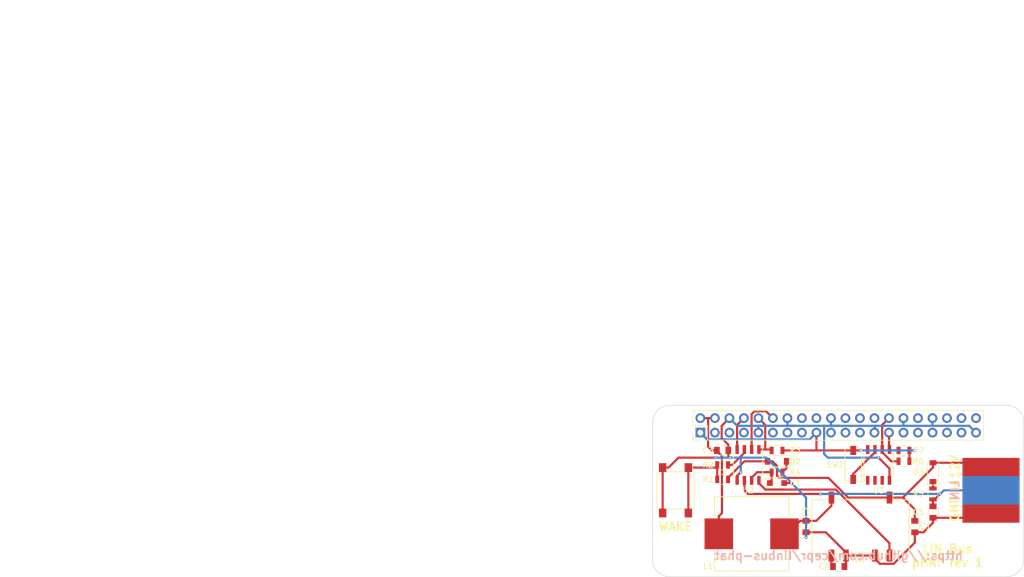
<source format=kicad_pcb>
(kicad_pcb (version 20171130) (host pcbnew 5.0.2-bee76a0~70~ubuntu18.04.1)

  (general
    (thickness 1.6)
    (drawings 21)
    (tracks 200)
    (zones 0)
    (modules 29)
    (nets 20)
  )

  (page USLetter)
  (title_block
    (title "Raspberry LIN Bus pHAT")
    (date 2019-01-10)
    (rev 0)
    (company "Cedric Priscal")
  )

  (layers
    (0 F.Cu signal)
    (31 B.Cu signal)
    (32 B.Adhes user)
    (33 F.Adhes user)
    (34 B.Paste user)
    (35 F.Paste user)
    (36 B.SilkS user)
    (37 F.SilkS user)
    (38 B.Mask user)
    (39 F.Mask user)
    (40 Dwgs.User user)
    (41 Cmts.User user)
    (42 Eco1.User user)
    (43 Eco2.User user)
    (44 Edge.Cuts user)
    (45 Margin user)
    (46 B.CrtYd user)
    (47 F.CrtYd user)
    (48 B.Fab user)
    (49 F.Fab user)
  )

  (setup
    (last_trace_width 0.381)
    (trace_clearance 0.1524)
    (zone_clearance 0.508)
    (zone_45_only no)
    (trace_min 0.1524)
    (segment_width 0.2)
    (edge_width 0.1)
    (via_size 0.508)
    (via_drill 0.254)
    (via_min_size 0.508)
    (via_min_drill 0.254)
    (uvia_size 0.3)
    (uvia_drill 0.1)
    (uvias_allowed no)
    (uvia_min_size 0.2)
    (uvia_min_drill 0.1)
    (pcb_text_width 0.3)
    (pcb_text_size 1.5 1.5)
    (mod_edge_width 0.15)
    (mod_text_size 1 1)
    (mod_text_width 0.15)
    (pad_size 2.75 2.75)
    (pad_drill 2.75)
    (pad_to_mask_clearance 0)
    (solder_mask_min_width 0.25)
    (aux_axis_origin 0 0)
    (visible_elements 7FFDFFFF)
    (pcbplotparams
      (layerselection 0x01330_80000001)
      (usegerberextensions false)
      (usegerberattributes false)
      (usegerberadvancedattributes false)
      (creategerberjobfile false)
      (excludeedgelayer true)
      (linewidth 0.100000)
      (plotframeref false)
      (viasonmask false)
      (mode 1)
      (useauxorigin false)
      (hpglpennumber 1)
      (hpglpenspeed 20)
      (hpglpendiameter 15.000000)
      (psnegative false)
      (psa4output false)
      (plotreference true)
      (plotvalue true)
      (plotinvisibletext false)
      (padsonsilk false)
      (subtractmaskfromsilk false)
      (outputformat 4)
      (mirror false)
      (drillshape 2)
      (scaleselection 1)
      (outputdirectory "meta/"))
  )

  (net 0 "")
  (net 1 GND)
  (net 2 +12V)
  (net 3 "Net-(C2-Pad1)")
  (net 4 +5V)
  (net 5 "Net-(C4-Pad1)")
  (net 6 "Net-(D1-Pad1)")
  (net 7 "Net-(D2-Pad1)")
  (net 8 "Net-(D3-Pad1)")
  (net 9 /ID_SC)
  (net 10 /ID_SD)
  (net 11 +3V3)
  (net 12 /CS)
  (net 13 /RXD)
  (net 14 /TXD)
  (net 15 "Net-(R1-Pad2)")
  (net 16 "Net-(R2-Pad1)")
  (net 17 /LIN)
  (net 18 "Net-(SW2-Pad2)")
  (net 19 /VREN)

  (net_class Default "This is the default net class."
    (clearance 0.1524)
    (trace_width 0.381)
    (via_dia 0.508)
    (via_drill 0.254)
    (uvia_dia 0.3)
    (uvia_drill 0.1)
    (add_net +12V)
    (add_net +3V3)
    (add_net +5V)
    (add_net /CS)
    (add_net /ID_SC)
    (add_net /ID_SD)
    (add_net /LIN)
    (add_net /RXD)
    (add_net /TXD)
    (add_net /VREN)
    (add_net GND)
    (add_net "Net-(C2-Pad1)")
    (add_net "Net-(C4-Pad1)")
    (add_net "Net-(D1-Pad1)")
    (add_net "Net-(D2-Pad1)")
    (add_net "Net-(D3-Pad1)")
    (add_net "Net-(R1-Pad2)")
    (add_net "Net-(R2-Pad1)")
    (add_net "Net-(SW2-Pad2)")
  )

  (module RPi_Hat:RPi_Hat_Mounting_Hole locked (layer F.Cu) (tedit 55217CCB) (tstamp 58B743A7)
    (at 119.505 110.69)
    (descr "Mounting hole, Befestigungsbohrung, 2,7mm, No Annular, Kein Restring,")
    (tags "Mounting hole, Befestigungsbohrung, 2,7mm, No Annular, Kein Restring,")
    (fp_text reference "" (at 0 -4.0005) (layer F.SilkS) hide
      (effects (font (size 1 1) (thickness 0.15)))
    )
    (fp_text value "" (at 0.09906 3.59918) (layer F.Fab) hide
      (effects (font (size 1 1) (thickness 0.15)))
    )
    (fp_circle (center 0 0) (end 1.375 0) (layer F.Fab) (width 0.15))
    (fp_circle (center 0 0) (end 3.1 0) (layer F.Fab) (width 0.15))
    (fp_circle (center 0 0) (end 3.1 0) (layer B.Fab) (width 0.15))
    (fp_circle (center 0 0) (end 1.375 0) (layer B.Fab) (width 0.15))
    (fp_circle (center 0 0) (end 3.1 0) (layer F.CrtYd) (width 0.15))
    (fp_circle (center 0 0) (end 3.1 0) (layer B.CrtYd) (width 0.15))
    (pad "" np_thru_hole circle (at 0 0) (size 2.75 2.75) (drill 2.75) (layers *.Cu *.Mask)
      (solder_mask_margin 1.725) (clearance 1.725))
  )

  (module RPi_Hat:RPi_Hat_Mounting_Hole locked (layer F.Cu) (tedit 55217C7B) (tstamp 5515DEA9)
    (at 177.505 87.69)
    (descr "Mounting hole, Befestigungsbohrung, 2,7mm, No Annular, Kein Restring,")
    (tags "Mounting hole, Befestigungsbohrung, 2,7mm, No Annular, Kein Restring,")
    (fp_text reference "" (at 0 -4.0005) (layer F.SilkS) hide
      (effects (font (size 1 1) (thickness 0.15)))
    )
    (fp_text value "" (at 0.09906 3.59918) (layer F.Fab) hide
      (effects (font (size 1 1) (thickness 0.15)))
    )
    (fp_circle (center 0 0) (end 1.375 0) (layer F.Fab) (width 0.15))
    (fp_circle (center 0 0) (end 3.1 0) (layer F.Fab) (width 0.15))
    (fp_circle (center 0 0) (end 3.1 0) (layer B.Fab) (width 0.15))
    (fp_circle (center 0 0) (end 1.375 0) (layer B.Fab) (width 0.15))
    (fp_circle (center 0 0) (end 3.1 0) (layer F.CrtYd) (width 0.15))
    (fp_circle (center 0 0) (end 3.1 0) (layer B.CrtYd) (width 0.15))
    (pad "" np_thru_hole circle (at 0 0) (size 2.75 2.75) (drill 2.75) (layers *.Cu *.Mask)
      (solder_mask_margin 1.725) (clearance 1.725))
  )

  (module RPi_Hat:RPi_Hat_Mounting_Hole locked (layer F.Cu) (tedit 55217CCB) (tstamp 55169DC9)
    (at 177.505 110.69)
    (descr "Mounting hole, Befestigungsbohrung, 2,7mm, No Annular, Kein Restring,")
    (tags "Mounting hole, Befestigungsbohrung, 2,7mm, No Annular, Kein Restring,")
    (fp_text reference "" (at 0 -4.0005) (layer F.SilkS) hide
      (effects (font (size 1 1) (thickness 0.15)))
    )
    (fp_text value "" (at 0.09906 3.59918) (layer F.Fab) hide
      (effects (font (size 1 1) (thickness 0.15)))
    )
    (fp_circle (center 0 0) (end 1.375 0) (layer F.Fab) (width 0.15))
    (fp_circle (center 0 0) (end 3.1 0) (layer F.Fab) (width 0.15))
    (fp_circle (center 0 0) (end 3.1 0) (layer B.Fab) (width 0.15))
    (fp_circle (center 0 0) (end 1.375 0) (layer B.Fab) (width 0.15))
    (fp_circle (center 0 0) (end 3.1 0) (layer F.CrtYd) (width 0.15))
    (fp_circle (center 0 0) (end 3.1 0) (layer B.CrtYd) (width 0.15))
    (pad "" np_thru_hole circle (at 0 0) (size 2.75 2.75) (drill 2.75) (layers *.Cu *.Mask)
      (solder_mask_margin 1.725) (clearance 1.725))
  )

  (module RPi_Hat:RPi_Hat_Mounting_Hole locked (layer F.Cu) (tedit 55217CA2) (tstamp 5515DEBF)
    (at 119.505 87.69)
    (descr "Mounting hole, Befestigungsbohrung, 2,7mm, No Annular, Kein Restring,")
    (tags "Mounting hole, Befestigungsbohrung, 2,7mm, No Annular, Kein Restring,")
    (fp_text reference "" (at 0 -4.0005) (layer F.SilkS) hide
      (effects (font (size 1 1) (thickness 0.15)))
    )
    (fp_text value "" (at 0.09906 3.59918) (layer F.Fab) hide
      (effects (font (size 1 1) (thickness 0.15)))
    )
    (fp_circle (center 0 0) (end 1.375 0) (layer F.Fab) (width 0.15))
    (fp_circle (center 0 0) (end 3.1 0) (layer F.Fab) (width 0.15))
    (fp_circle (center 0 0) (end 3.1 0) (layer B.Fab) (width 0.15))
    (fp_circle (center 0 0) (end 1.375 0) (layer B.Fab) (width 0.15))
    (fp_circle (center 0 0) (end 3.1 0) (layer F.CrtYd) (width 0.15))
    (fp_circle (center 0 0) (end 3.1 0) (layer B.CrtYd) (width 0.15))
    (pad "" np_thru_hole circle (at 0 0) (size 2.75 2.75) (drill 2.75) (layers *.Cu *.Mask)
      (solder_mask_margin 1.725) (clearance 1.725))
  )

  (module Capacitors_SMD:C_0805 (layer F.Cu) (tedit 58AA8463) (tstamp 5C32F816)
    (at 161.925 105.41 270)
    (descr "Capacitor SMD 0805, reflow soldering, AVX (see smccp.pdf)")
    (tags "capacitor 0805")
    (path /5C326CE0)
    (attr smd)
    (fp_text reference C1 (at 0 -1.905 180) (layer F.SilkS)
      (effects (font (size 1 1) (thickness 0.15)))
    )
    (fp_text value 10uF (at 0 1.75 270) (layer F.Fab)
      (effects (font (size 1 1) (thickness 0.15)))
    )
    (fp_line (start 1.75 0.87) (end -1.75 0.87) (layer F.CrtYd) (width 0.05))
    (fp_line (start 1.75 0.87) (end 1.75 -0.88) (layer F.CrtYd) (width 0.05))
    (fp_line (start -1.75 -0.88) (end -1.75 0.87) (layer F.CrtYd) (width 0.05))
    (fp_line (start -1.75 -0.88) (end 1.75 -0.88) (layer F.CrtYd) (width 0.05))
    (fp_line (start -0.5 0.85) (end 0.5 0.85) (layer F.SilkS) (width 0.12))
    (fp_line (start 0.5 -0.85) (end -0.5 -0.85) (layer F.SilkS) (width 0.12))
    (fp_line (start -1 -0.62) (end 1 -0.62) (layer F.Fab) (width 0.1))
    (fp_line (start 1 -0.62) (end 1 0.62) (layer F.Fab) (width 0.1))
    (fp_line (start 1 0.62) (end -1 0.62) (layer F.Fab) (width 0.1))
    (fp_line (start -1 0.62) (end -1 -0.62) (layer F.Fab) (width 0.1))
    (fp_text user %R (at 0 -1.905) (layer F.Fab)
      (effects (font (size 1 1) (thickness 0.15)))
    )
    (pad 2 smd rect (at 1 0 270) (size 1 1.25) (layers F.Cu F.Paste F.Mask)
      (net 1 GND))
    (pad 1 smd rect (at -1 0 270) (size 1 1.25) (layers F.Cu F.Paste F.Mask)
      (net 2 +12V))
    (model Capacitors_SMD.3dshapes/C_0805.wrl
      (at (xyz 0 0 0))
      (scale (xyz 1 1 1))
      (rotate (xyz 0 0 0))
    )
  )

  (module Capacitors_SMD:C_0805 (layer F.Cu) (tedit 58AA8463) (tstamp 5C32F846)
    (at 142.875 105.41 270)
    (descr "Capacitor SMD 0805, reflow soldering, AVX (see smccp.pdf)")
    (tags "capacitor 0805")
    (path /5C326782)
    (attr smd)
    (fp_text reference C2 (at -2.54 0 270) (layer F.SilkS)
      (effects (font (size 1 1) (thickness 0.15)))
    )
    (fp_text value 22uF (at 0 1.75 270) (layer F.Fab)
      (effects (font (size 1 1) (thickness 0.15)))
    )
    (fp_line (start 1.75 0.87) (end -1.75 0.87) (layer F.CrtYd) (width 0.05))
    (fp_line (start 1.75 0.87) (end 1.75 -0.88) (layer F.CrtYd) (width 0.05))
    (fp_line (start -1.75 -0.88) (end -1.75 0.87) (layer F.CrtYd) (width 0.05))
    (fp_line (start -1.75 -0.88) (end 1.75 -0.88) (layer F.CrtYd) (width 0.05))
    (fp_line (start -0.5 0.85) (end 0.5 0.85) (layer F.SilkS) (width 0.12))
    (fp_line (start 0.5 -0.85) (end -0.5 -0.85) (layer F.SilkS) (width 0.12))
    (fp_line (start -1 -0.62) (end 1 -0.62) (layer F.Fab) (width 0.1))
    (fp_line (start 1 -0.62) (end 1 0.62) (layer F.Fab) (width 0.1))
    (fp_line (start 1 0.62) (end -1 0.62) (layer F.Fab) (width 0.1))
    (fp_line (start -1 0.62) (end -1 -0.62) (layer F.Fab) (width 0.1))
    (fp_text user %R (at -2.54 0 270) (layer F.Fab)
      (effects (font (size 1 1) (thickness 0.15)))
    )
    (pad 2 smd rect (at 1 0 270) (size 1 1.25) (layers F.Cu F.Paste F.Mask)
      (net 1 GND))
    (pad 1 smd rect (at -1 0 270) (size 1 1.25) (layers F.Cu F.Paste F.Mask)
      (net 3 "Net-(C2-Pad1)"))
    (model Capacitors_SMD.3dshapes/C_0805.wrl
      (at (xyz 0 0 0))
      (scale (xyz 1 1 1))
      (rotate (xyz 0 0 0))
    )
  )

  (module Capacitors_SMD:C_0805 (layer F.Cu) (tedit 58AA8463) (tstamp 5C32F7E6)
    (at 128.27 92.075)
    (descr "Capacitor SMD 0805, reflow soldering, AVX (see smccp.pdf)")
    (tags "capacitor 0805")
    (path /5C3267BA)
    (attr smd)
    (fp_text reference C3 (at -2.54 0) (layer F.SilkS)
      (effects (font (size 1 1) (thickness 0.15)))
    )
    (fp_text value 22uF (at 0 1.75) (layer F.Fab)
      (effects (font (size 1 1) (thickness 0.15)))
    )
    (fp_text user %R (at -2.54 0) (layer F.Fab)
      (effects (font (size 1 1) (thickness 0.15)))
    )
    (fp_line (start -1 0.62) (end -1 -0.62) (layer F.Fab) (width 0.1))
    (fp_line (start 1 0.62) (end -1 0.62) (layer F.Fab) (width 0.1))
    (fp_line (start 1 -0.62) (end 1 0.62) (layer F.Fab) (width 0.1))
    (fp_line (start -1 -0.62) (end 1 -0.62) (layer F.Fab) (width 0.1))
    (fp_line (start 0.5 -0.85) (end -0.5 -0.85) (layer F.SilkS) (width 0.12))
    (fp_line (start -0.5 0.85) (end 0.5 0.85) (layer F.SilkS) (width 0.12))
    (fp_line (start -1.75 -0.88) (end 1.75 -0.88) (layer F.CrtYd) (width 0.05))
    (fp_line (start -1.75 -0.88) (end -1.75 0.87) (layer F.CrtYd) (width 0.05))
    (fp_line (start 1.75 0.87) (end 1.75 -0.88) (layer F.CrtYd) (width 0.05))
    (fp_line (start 1.75 0.87) (end -1.75 0.87) (layer F.CrtYd) (width 0.05))
    (pad 1 smd rect (at -1 0) (size 1 1.25) (layers F.Cu F.Paste F.Mask)
      (net 4 +5V))
    (pad 2 smd rect (at 1 0) (size 1 1.25) (layers F.Cu F.Paste F.Mask)
      (net 1 GND))
    (model Capacitors_SMD.3dshapes/C_0805.wrl
      (at (xyz 0 0 0))
      (scale (xyz 1 1 1))
      (rotate (xyz 0 0 0))
    )
  )

  (module Capacitors_SMD:C_0805 (layer F.Cu) (tedit 58AA8463) (tstamp 5C32F7B6)
    (at 148.59 112.395)
    (descr "Capacitor SMD 0805, reflow soldering, AVX (see smccp.pdf)")
    (tags "capacitor 0805")
    (path /5C32656D)
    (attr smd)
    (fp_text reference C4 (at -2.54 0) (layer F.SilkS)
      (effects (font (size 1 1) (thickness 0.15)))
    )
    (fp_text value 470pF (at 0 1.75) (layer F.Fab)
      (effects (font (size 1 1) (thickness 0.15)))
    )
    (fp_text user %R (at -2.54 0) (layer F.Fab)
      (effects (font (size 1 1) (thickness 0.15)))
    )
    (fp_line (start -1 0.62) (end -1 -0.62) (layer F.Fab) (width 0.1))
    (fp_line (start 1 0.62) (end -1 0.62) (layer F.Fab) (width 0.1))
    (fp_line (start 1 -0.62) (end 1 0.62) (layer F.Fab) (width 0.1))
    (fp_line (start -1 -0.62) (end 1 -0.62) (layer F.Fab) (width 0.1))
    (fp_line (start 0.5 -0.85) (end -0.5 -0.85) (layer F.SilkS) (width 0.12))
    (fp_line (start -0.5 0.85) (end 0.5 0.85) (layer F.SilkS) (width 0.12))
    (fp_line (start -1.75 -0.88) (end 1.75 -0.88) (layer F.CrtYd) (width 0.05))
    (fp_line (start -1.75 -0.88) (end -1.75 0.87) (layer F.CrtYd) (width 0.05))
    (fp_line (start 1.75 0.87) (end 1.75 -0.88) (layer F.CrtYd) (width 0.05))
    (fp_line (start 1.75 0.87) (end -1.75 0.87) (layer F.CrtYd) (width 0.05))
    (pad 1 smd rect (at -1 0) (size 1 1.25) (layers F.Cu F.Paste F.Mask)
      (net 5 "Net-(C4-Pad1)"))
    (pad 2 smd rect (at 1 0) (size 1 1.25) (layers F.Cu F.Paste F.Mask)
      (net 1 GND))
    (model Capacitors_SMD.3dshapes/C_0805.wrl
      (at (xyz 0 0 0))
      (scale (xyz 1 1 1))
      (rotate (xyz 0 0 0))
    )
  )

  (module Resistors_SMD:R_0805 (layer F.Cu) (tedit 5C32C2F0) (tstamp 5C32B70E)
    (at 128.27 97.155 180)
    (descr "Resistor SMD 0805, reflow soldering, Vishay (see dcrcw.pdf)")
    (tags "resistor 0805")
    (path /5C32FF28)
    (attr smd)
    (fp_text reference R1 (at 2.54 0 180) (layer F.SilkS)
      (effects (font (size 1 1) (thickness 0.15)))
    )
    (fp_text value 3k9 (at 0 1.75 180) (layer F.Fab)
      (effects (font (size 1 1) (thickness 0.15)))
    )
    (fp_line (start 1.55 0.9) (end -1.55 0.9) (layer F.CrtYd) (width 0.05))
    (fp_line (start 1.55 0.9) (end 1.55 -0.9) (layer F.CrtYd) (width 0.05))
    (fp_line (start -1.55 -0.9) (end -1.55 0.9) (layer F.CrtYd) (width 0.05))
    (fp_line (start -1.55 -0.9) (end 1.55 -0.9) (layer F.CrtYd) (width 0.05))
    (fp_line (start -0.6 -0.88) (end 0.6 -0.88) (layer F.SilkS) (width 0.12))
    (fp_line (start 0.6 0.88) (end -0.6 0.88) (layer F.SilkS) (width 0.12))
    (fp_line (start -1 -0.62) (end 1 -0.62) (layer F.Fab) (width 0.1))
    (fp_line (start 1 -0.62) (end 1 0.62) (layer F.Fab) (width 0.1))
    (fp_line (start 1 0.62) (end -1 0.62) (layer F.Fab) (width 0.1))
    (fp_line (start -1 0.62) (end -1 -0.62) (layer F.Fab) (width 0.1))
    (fp_text user %R (at 2.54 0 180) (layer F.Fab)
      (effects (font (size 1 1) (thickness 0.15)))
    )
    (pad 2 smd rect (at 0.95 0 180) (size 0.7 1.3) (layers F.Cu F.Paste F.Mask)
      (net 15 "Net-(R1-Pad2)"))
    (pad 1 smd rect (at -0.95 0 180) (size 0.7 1.3) (layers F.Cu F.Paste F.Mask)
      (net 2 +12V))
    (model ${KISYS3DMOD}/Resistors_SMD.3dshapes/R_0805.wrl
      (at (xyz 0 0 0))
      (scale (xyz 1 1 1))
      (rotate (xyz 0 0 0))
    )
  )

  (module Resistors_SMD:R_0805 (layer F.Cu) (tedit 5C32C2EA) (tstamp 5C32C28A)
    (at 128.27 94.615 180)
    (descr "Resistor SMD 0805, reflow soldering, Vishay (see dcrcw.pdf)")
    (tags "resistor 0805")
    (path /5C32FFF7)
    (attr smd)
    (fp_text reference R2 (at 2.54 0 180) (layer F.SilkS)
      (effects (font (size 1 1) (thickness 0.15)))
    )
    (fp_text value 33k (at 0 1.75 180) (layer F.Fab)
      (effects (font (size 1 1) (thickness 0.15)))
    )
    (fp_line (start 1.55 0.9) (end -1.55 0.9) (layer F.CrtYd) (width 0.05))
    (fp_line (start 1.55 0.9) (end 1.55 -0.9) (layer F.CrtYd) (width 0.05))
    (fp_line (start -1.55 -0.9) (end -1.55 0.9) (layer F.CrtYd) (width 0.05))
    (fp_line (start -1.55 -0.9) (end 1.55 -0.9) (layer F.CrtYd) (width 0.05))
    (fp_line (start -0.6 -0.88) (end 0.6 -0.88) (layer F.SilkS) (width 0.12))
    (fp_line (start 0.6 0.88) (end -0.6 0.88) (layer F.SilkS) (width 0.12))
    (fp_line (start -1 -0.62) (end 1 -0.62) (layer F.Fab) (width 0.1))
    (fp_line (start 1 -0.62) (end 1 0.62) (layer F.Fab) (width 0.1))
    (fp_line (start 1 0.62) (end -1 0.62) (layer F.Fab) (width 0.1))
    (fp_line (start -1 0.62) (end -1 -0.62) (layer F.Fab) (width 0.1))
    (fp_text user %R (at 2.54 0 180) (layer F.Fab)
      (effects (font (size 1 1) (thickness 0.15)))
    )
    (pad 2 smd rect (at 0.95 0 180) (size 0.7 1.3) (layers F.Cu F.Paste F.Mask)
      (net 15 "Net-(R1-Pad2)"))
    (pad 1 smd rect (at -0.95 0 180) (size 0.7 1.3) (layers F.Cu F.Paste F.Mask)
      (net 16 "Net-(R2-Pad1)"))
    (model ${KISYS3DMOD}/Resistors_SMD.3dshapes/R_0805.wrl
      (at (xyz 0 0 0))
      (scale (xyz 1 1 1))
      (rotate (xyz 0 0 0))
    )
  )

  (module Resistors_SMD:R_0805 (layer F.Cu) (tedit 5C32C300) (tstamp 5C32B730)
    (at 137.795 92.075 180)
    (descr "Resistor SMD 0805, reflow soldering, Vishay (see dcrcw.pdf)")
    (tags "resistor 0805")
    (path /5C3325C7)
    (attr smd)
    (fp_text reference R3 (at -3.175 0 180) (layer F.SilkS)
      (effects (font (size 1 1) (thickness 0.15)))
    )
    (fp_text value 4k7 (at 0 1.75 180) (layer F.Fab)
      (effects (font (size 1 1) (thickness 0.15)))
    )
    (fp_text user %R (at -3.175 0 180) (layer F.Fab)
      (effects (font (size 1 1) (thickness 0.15)))
    )
    (fp_line (start -1 0.62) (end -1 -0.62) (layer F.Fab) (width 0.1))
    (fp_line (start 1 0.62) (end -1 0.62) (layer F.Fab) (width 0.1))
    (fp_line (start 1 -0.62) (end 1 0.62) (layer F.Fab) (width 0.1))
    (fp_line (start -1 -0.62) (end 1 -0.62) (layer F.Fab) (width 0.1))
    (fp_line (start 0.6 0.88) (end -0.6 0.88) (layer F.SilkS) (width 0.12))
    (fp_line (start -0.6 -0.88) (end 0.6 -0.88) (layer F.SilkS) (width 0.12))
    (fp_line (start -1.55 -0.9) (end 1.55 -0.9) (layer F.CrtYd) (width 0.05))
    (fp_line (start -1.55 -0.9) (end -1.55 0.9) (layer F.CrtYd) (width 0.05))
    (fp_line (start 1.55 0.9) (end 1.55 -0.9) (layer F.CrtYd) (width 0.05))
    (fp_line (start 1.55 0.9) (end -1.55 0.9) (layer F.CrtYd) (width 0.05))
    (pad 1 smd rect (at -0.95 0 180) (size 0.7 1.3) (layers F.Cu F.Paste F.Mask)
      (net 11 +3V3))
    (pad 2 smd rect (at 0.95 0 180) (size 0.7 1.3) (layers F.Cu F.Paste F.Mask)
      (net 13 /RXD))
    (model ${KISYS3DMOD}/Resistors_SMD.3dshapes/R_0805.wrl
      (at (xyz 0 0 0))
      (scale (xyz 1 1 1))
      (rotate (xyz 0 0 0))
    )
  )

  (module Resistors_SMD:R_0805 (layer F.Cu) (tedit 5C32C2FC) (tstamp 5C32B741)
    (at 137.795 95.885 180)
    (descr "Resistor SMD 0805, reflow soldering, Vishay (see dcrcw.pdf)")
    (tags "resistor 0805")
    (path /5C34BB03)
    (attr smd)
    (fp_text reference R4 (at -3.175 0.003748 180) (layer F.SilkS)
      (effects (font (size 1 1) (thickness 0.15)))
    )
    (fp_text value 50 (at 0 1.75 180) (layer F.Fab)
      (effects (font (size 1 1) (thickness 0.15)))
    )
    (fp_text user %R (at -3.175 0.003748 180) (layer F.Fab)
      (effects (font (size 1 1) (thickness 0.15)))
    )
    (fp_line (start -1 0.62) (end -1 -0.62) (layer F.Fab) (width 0.1))
    (fp_line (start 1 0.62) (end -1 0.62) (layer F.Fab) (width 0.1))
    (fp_line (start 1 -0.62) (end 1 0.62) (layer F.Fab) (width 0.1))
    (fp_line (start -1 -0.62) (end 1 -0.62) (layer F.Fab) (width 0.1))
    (fp_line (start 0.6 0.88) (end -0.6 0.88) (layer F.SilkS) (width 0.12))
    (fp_line (start -0.6 -0.88) (end 0.6 -0.88) (layer F.SilkS) (width 0.12))
    (fp_line (start -1.55 -0.9) (end 1.55 -0.9) (layer F.CrtYd) (width 0.05))
    (fp_line (start -1.55 -0.9) (end -1.55 0.9) (layer F.CrtYd) (width 0.05))
    (fp_line (start 1.55 0.9) (end 1.55 -0.9) (layer F.CrtYd) (width 0.05))
    (fp_line (start 1.55 0.9) (end -1.55 0.9) (layer F.CrtYd) (width 0.05))
    (pad 1 smd rect (at -0.95 0 180) (size 0.7 1.3) (layers F.Cu F.Paste F.Mask)
      (net 7 "Net-(D2-Pad1)"))
    (pad 2 smd rect (at 0.95 0 180) (size 0.7 1.3) (layers F.Cu F.Paste F.Mask)
      (net 6 "Net-(D1-Pad1)"))
    (model ${KISYS3DMOD}/Resistors_SMD.3dshapes/R_0805.wrl
      (at (xyz 0 0 0))
      (scale (xyz 1 1 1))
      (rotate (xyz 0 0 0))
    )
  )

  (module Resistors_SMD:R_0805 (layer F.Cu) (tedit 5C32C2F8) (tstamp 5C32C5EB)
    (at 165.1 99.695 270)
    (descr "Resistor SMD 0805, reflow soldering, Vishay (see dcrcw.pdf)")
    (tags "resistor 0805")
    (path /5C33894F)
    (attr smd)
    (fp_text reference R5 (at 0 2.54) (layer F.SilkS)
      (effects (font (size 1 1) (thickness 0.15)))
    )
    (fp_text value 1k (at 0 1.75 270) (layer F.Fab)
      (effects (font (size 1 1) (thickness 0.15)))
    )
    (fp_text user %R (at 0 2.54) (layer F.Fab)
      (effects (font (size 1 1) (thickness 0.15)))
    )
    (fp_line (start -1 0.62) (end -1 -0.62) (layer F.Fab) (width 0.1))
    (fp_line (start 1 0.62) (end -1 0.62) (layer F.Fab) (width 0.1))
    (fp_line (start 1 -0.62) (end 1 0.62) (layer F.Fab) (width 0.1))
    (fp_line (start -1 -0.62) (end 1 -0.62) (layer F.Fab) (width 0.1))
    (fp_line (start 0.6 0.88) (end -0.6 0.88) (layer F.SilkS) (width 0.12))
    (fp_line (start -0.6 -0.88) (end 0.6 -0.88) (layer F.SilkS) (width 0.12))
    (fp_line (start -1.55 -0.9) (end 1.55 -0.9) (layer F.CrtYd) (width 0.05))
    (fp_line (start -1.55 -0.9) (end -1.55 0.9) (layer F.CrtYd) (width 0.05))
    (fp_line (start 1.55 0.9) (end 1.55 -0.9) (layer F.CrtYd) (width 0.05))
    (fp_line (start 1.55 0.9) (end -1.55 0.9) (layer F.CrtYd) (width 0.05))
    (pad 1 smd rect (at -0.95 0 270) (size 0.7 1.3) (layers F.Cu F.Paste F.Mask)
      (net 8 "Net-(D3-Pad1)"))
    (pad 2 smd rect (at 0.95 0 270) (size 0.7 1.3) (layers F.Cu F.Paste F.Mask)
      (net 17 /LIN))
    (model ${KISYS3DMOD}/Resistors_SMD.3dshapes/R_0805.wrl
      (at (xyz 0 0 0))
      (scale (xyz 1 1 1))
      (rotate (xyz 0 0 0))
    )
  )

  (module Resistors_SMD:R_0805 (layer F.Cu) (tedit 5C32C31B) (tstamp 5C32B763)
    (at 160.02 93.98 180)
    (descr "Resistor SMD 0805, reflow soldering, Vishay (see dcrcw.pdf)")
    (tags "resistor 0805")
    (path /5C351C65)
    (attr smd)
    (fp_text reference R6 (at -2.54 0 180) (layer F.SilkS)
      (effects (font (size 1 1) (thickness 0.15)))
    )
    (fp_text value 3k9 (at -4.445 0 180) (layer F.Fab)
      (effects (font (size 1 1) (thickness 0.15)))
    )
    (fp_line (start 1.55 0.9) (end -1.55 0.9) (layer F.CrtYd) (width 0.05))
    (fp_line (start 1.55 0.9) (end 1.55 -0.9) (layer F.CrtYd) (width 0.05))
    (fp_line (start -1.55 -0.9) (end -1.55 0.9) (layer F.CrtYd) (width 0.05))
    (fp_line (start -1.55 -0.9) (end 1.55 -0.9) (layer F.CrtYd) (width 0.05))
    (fp_line (start -0.6 -0.88) (end 0.6 -0.88) (layer F.SilkS) (width 0.12))
    (fp_line (start 0.6 0.88) (end -0.6 0.88) (layer F.SilkS) (width 0.12))
    (fp_line (start -1 -0.62) (end 1 -0.62) (layer F.Fab) (width 0.1))
    (fp_line (start 1 -0.62) (end 1 0.62) (layer F.Fab) (width 0.1))
    (fp_line (start 1 0.62) (end -1 0.62) (layer F.Fab) (width 0.1))
    (fp_line (start -1 0.62) (end -1 -0.62) (layer F.Fab) (width 0.1))
    (fp_text user %R (at -2.54 0 180) (layer F.Fab)
      (effects (font (size 1 1) (thickness 0.15)))
    )
    (pad 2 smd rect (at 0.95 0 180) (size 0.7 1.3) (layers F.Cu F.Paste F.Mask)
      (net 9 /ID_SC))
    (pad 1 smd rect (at -0.95 0 180) (size 0.7 1.3) (layers F.Cu F.Paste F.Mask)
      (net 11 +3V3))
    (model ${KISYS3DMOD}/Resistors_SMD.3dshapes/R_0805.wrl
      (at (xyz 0 0 0))
      (scale (xyz 1 1 1))
      (rotate (xyz 0 0 0))
    )
  )

  (module Resistors_SMD:R_0805 (layer F.Cu) (tedit 5C32C322) (tstamp 5C32CB9A)
    (at 160.02 92.075 180)
    (descr "Resistor SMD 0805, reflow soldering, Vishay (see dcrcw.pdf)")
    (tags "resistor 0805")
    (path /5C351CE9)
    (attr smd)
    (fp_text reference R7 (at -2.54 0 180) (layer F.SilkS)
      (effects (font (size 1 1) (thickness 0.15)))
    )
    (fp_text value 3k9 (at -4.445 0 180) (layer F.Fab)
      (effects (font (size 1 1) (thickness 0.15)))
    )
    (fp_line (start 1.55 0.9) (end -1.55 0.9) (layer F.CrtYd) (width 0.05))
    (fp_line (start 1.55 0.9) (end 1.55 -0.9) (layer F.CrtYd) (width 0.05))
    (fp_line (start -1.55 -0.9) (end -1.55 0.9) (layer F.CrtYd) (width 0.05))
    (fp_line (start -1.55 -0.9) (end 1.55 -0.9) (layer F.CrtYd) (width 0.05))
    (fp_line (start -0.6 -0.88) (end 0.6 -0.88) (layer F.SilkS) (width 0.12))
    (fp_line (start 0.6 0.88) (end -0.6 0.88) (layer F.SilkS) (width 0.12))
    (fp_line (start -1 -0.62) (end 1 -0.62) (layer F.Fab) (width 0.1))
    (fp_line (start 1 -0.62) (end 1 0.62) (layer F.Fab) (width 0.1))
    (fp_line (start 1 0.62) (end -1 0.62) (layer F.Fab) (width 0.1))
    (fp_line (start -1 0.62) (end -1 -0.62) (layer F.Fab) (width 0.1))
    (fp_text user %R (at -2.54 0 180) (layer F.Fab)
      (effects (font (size 1 1) (thickness 0.15)))
    )
    (pad 2 smd rect (at 0.95 0 180) (size 0.7 1.3) (layers F.Cu F.Paste F.Mask)
      (net 10 /ID_SD))
    (pad 1 smd rect (at -0.95 0 180) (size 0.7 1.3) (layers F.Cu F.Paste F.Mask)
      (net 11 +3V3))
    (model ${KISYS3DMOD}/Resistors_SMD.3dshapes/R_0805.wrl
      (at (xyz 0 0 0))
      (scale (xyz 1 1 1))
      (rotate (xyz 0 0 0))
    )
  )

  (module CK:CK-PTS645 (layer F.Cu) (tedit 5C37EBDD) (tstamp 5C32B78F)
    (at 120.015 99.06 270)
    (path /5C330C07)
    (fp_text reference SW1 (at 4.445 0) (layer F.SilkS) hide
      (effects (font (size 1 1) (thickness 0.15)))
    )
    (fp_text value SW_Push (at 0 -4 270) (layer F.Fab)
      (effects (font (size 1 1) (thickness 0.15)))
    )
    (fp_line (start -3.25 -3) (end -4.75 -3) (layer F.SilkS) (width 0.15))
    (fp_line (start -3.25 -3.25) (end -3.25 -3) (layer F.SilkS) (width 0.15))
    (fp_line (start 3.25 -3.25) (end -3.25 -3.25) (layer F.SilkS) (width 0.15))
    (fp_line (start 3.25 -3) (end 3.25 -3.25) (layer F.SilkS) (width 0.15))
    (fp_line (start 3.25 3.25) (end 3.25 3) (layer F.SilkS) (width 0.15))
    (fp_line (start -3.25 3.25) (end 3.25 3.25) (layer F.SilkS) (width 0.15))
    (fp_line (start -3.25 3) (end -3.25 3.25) (layer F.SilkS) (width 0.15))
    (fp_line (start 3.25 -1.5) (end 3.25 1.5) (layer F.SilkS) (width 0.15))
    (fp_line (start -3.25 -1.5) (end -3.25 1.5) (layer F.SilkS) (width 0.15))
    (fp_circle (center 0 0) (end 1.75 0) (layer F.Fab) (width 0.15))
    (fp_line (start -3 3) (end -3 -3) (layer F.Fab) (width 0.15))
    (fp_line (start 3 3) (end -3 3) (layer F.Fab) (width 0.15))
    (fp_line (start 3 -3) (end 3 3) (layer F.Fab) (width 0.15))
    (fp_line (start -3 -3) (end 3 -3) (layer F.Fab) (width 0.15))
    (fp_line (start -2.5 -2.25) (end 2.5 -2.25) (layer F.Fab) (width 0.05))
    (fp_line (start -2.5 2.25) (end 2.5 2.25) (layer F.Fab) (width 0.05))
    (fp_line (start 0 -2.25) (end 0 -0.75) (layer F.Fab) (width 0.05))
    (fp_line (start 0 2.25) (end 0 0.75) (layer F.Fab) (width 0.05))
    (fp_line (start 0 0.75) (end -0.5 -0.75) (layer F.Fab) (width 0.05))
    (pad 2 smd rect (at 3.975 2.25 270) (size 1.55 1.3) (layers F.Cu F.Paste F.Mask)
      (net 1 GND))
    (pad 2 smd rect (at -3.975 2.25 270) (size 1.55 1.3) (layers F.Cu F.Paste F.Mask)
      (net 1 GND))
    (pad 1 smd rect (at 3.975 -2.25 270) (size 1.55 1.3) (layers F.Cu F.Paste F.Mask)
      (net 15 "Net-(R1-Pad2)"))
    (pad 1 smd rect (at -3.975 -2.25 270) (size 1.55 1.3) (layers F.Cu F.Paste F.Mask)
      (net 15 "Net-(R1-Pad2)"))
  )

  (module CHS:CHS-01TA (layer F.Cu) (tedit 5C328801) (tstamp 5C32B7AA)
    (at 151.13 94.615)
    (path /5C3A8394)
    (fp_text reference SW2 (at -3.175 0 180) (layer F.SilkS)
      (effects (font (size 1 1) (thickness 0.15)))
    )
    (fp_text value SW_DIP_x01 (at 0 -0.5) (layer F.Fab)
      (effects (font (size 1 1) (thickness 0.15)))
    )
    (fp_line (start 0.65 -2.9) (end 0.65 -3.3) (layer F.SilkS) (width 0.15))
    (fp_line (start 1.45 -2.9) (end 0.65 -2.9) (layer F.SilkS) (width 0.15))
    (fp_line (start 1.45 2.9) (end 1.45 -2.9) (layer F.SilkS) (width 0.15))
    (fp_line (start 1.4 2.9) (end 1.45 2.9) (layer F.SilkS) (width 0.15))
    (fp_line (start 0.65 2.9) (end 1.4 2.9) (layer F.SilkS) (width 0.15))
    (fp_line (start -1.45 2.9) (end -0.65 2.9) (layer F.SilkS) (width 0.15))
    (fp_line (start -1.45 -2.9) (end -1.45 2.9) (layer F.SilkS) (width 0.15))
    (fp_line (start -0.65 -2.9) (end -1.45 -2.9) (layer F.SilkS) (width 0.15))
    (fp_line (start -0.65 -3.3) (end -0.65 -2.9) (layer F.SilkS) (width 0.15))
    (fp_line (start 1.25 2.7) (end 0.2 2.7) (layer F.Fab) (width 0.15))
    (fp_line (start 0.2 2.7) (end 0.2 2.8) (layer F.Fab) (width 0.15))
    (fp_line (start -0.2 2.8) (end 0.2 2.8) (layer F.Fab) (width 0.15))
    (fp_line (start -0.2 2.7) (end -0.2 2.8) (layer F.Fab) (width 0.15))
    (fp_line (start 0.2 -2.8) (end 0.2 -2.7) (layer F.Fab) (width 0.15))
    (fp_line (start -0.2 -2.8) (end -0.2 -2.7) (layer F.Fab) (width 0.15))
    (fp_line (start 0.2 -2.7) (end 1.25 -2.7) (layer F.Fab) (width 0.15))
    (fp_line (start -0.2 -2.8) (end 0.2 -2.8) (layer F.Fab) (width 0.15))
    (fp_line (start -1.25 2.7) (end -1.25 -2.7) (layer F.Fab) (width 0.15))
    (fp_line (start -0.2 2.7) (end -1.25 2.7) (layer F.Fab) (width 0.15))
    (fp_line (start 1.25 -2.7) (end 1.25 2.7) (layer F.Fab) (width 0.15))
    (fp_line (start -1.25 -2.7) (end -0.2 -2.7) (layer F.Fab) (width 0.15))
    (pad 2 smd rect (at 0 2.54) (size 1 1.6) (layers F.Cu F.Paste F.Mask)
      (net 18 "Net-(SW2-Pad2)"))
    (pad 1 smd rect (at 0 -2.54) (size 1 1.6) (layers F.Cu F.Paste F.Mask)
      (net 11 +3V3))
  )

  (module Wire_Pads:SolderWirePad_single_SMD_5x10mm (layer F.Cu) (tedit 5C32D5BB) (tstamp 5C32B7B3)
    (at 175.26 95.885 90)
    (descr "Wire Pad, Square, SMD Pad,  5mm x 10mm,")
    (tags "MesurementPoint Square SMDPad 5mmx10mm ")
    (path /5C3308FB)
    (attr smd)
    (fp_text reference TP1 (at 0 0 90) (layer F.SilkS) hide
      (effects (font (size 1 1) (thickness 0.15)))
    )
    (fp_text value TestPoint (at 0 6.35 90) (layer F.Fab)
      (effects (font (size 1 1) (thickness 0.15)))
    )
    (fp_line (start 2.75 -5.25) (end -2.75 -5.25) (layer F.CrtYd) (width 0.05))
    (fp_line (start 2.75 5.25) (end 2.75 -5.25) (layer F.CrtYd) (width 0.05))
    (fp_line (start -2.75 5.25) (end 2.75 5.25) (layer F.CrtYd) (width 0.05))
    (fp_line (start -2.75 -5.25) (end -2.75 5.25) (layer F.CrtYd) (width 0.05))
    (pad 1 smd rect (at 0 0 90) (size 5 10) (layers F.Cu F.Paste F.Mask)
      (net 2 +12V))
  )

  (module Wire_Pads:SolderWirePad_single_SMD_5x10mm (layer B.Cu) (tedit 5C32D5C4) (tstamp 5C32B7BC)
    (at 175.26 99.06 270)
    (descr "Wire Pad, Square, SMD Pad,  5mm x 10mm,")
    (tags "MesurementPoint Square SMDPad 5mmx10mm ")
    (path /5C330A09)
    (attr smd)
    (fp_text reference TP2 (at 0 0 270) (layer B.SilkS) hide
      (effects (font (size 1 1) (thickness 0.15)) (justify mirror))
    )
    (fp_text value TestPoint (at 0 -6.35 270) (layer B.Fab)
      (effects (font (size 1 1) (thickness 0.15)) (justify mirror))
    )
    (fp_line (start 2.75 5.25) (end -2.75 5.25) (layer B.CrtYd) (width 0.05))
    (fp_line (start 2.75 -5.25) (end 2.75 5.25) (layer B.CrtYd) (width 0.05))
    (fp_line (start -2.75 -5.25) (end 2.75 -5.25) (layer B.CrtYd) (width 0.05))
    (fp_line (start -2.75 5.25) (end -2.75 -5.25) (layer B.CrtYd) (width 0.05))
    (pad 1 smd rect (at 0 0 270) (size 5 10) (layers B.Cu B.Paste B.Mask)
      (net 17 /LIN))
  )

  (module Wire_Pads:SolderWirePad_single_SMD_5x10mm (layer F.Cu) (tedit 5C32D5AC) (tstamp 5C32B7E0)
    (at 175.26 102.235 270)
    (descr "Wire Pad, Square, SMD Pad,  5mm x 10mm,")
    (tags "MesurementPoint Square SMDPad 5mmx10mm ")
    (path /5C330B09)
    (attr smd)
    (fp_text reference TP6 (at 0 0 270) (layer F.SilkS) hide
      (effects (font (size 1 1) (thickness 0.15)))
    )
    (fp_text value TestPoint (at 0 6.35 270) (layer F.Fab)
      (effects (font (size 1 1) (thickness 0.15)))
    )
    (fp_line (start -2.75 -5.25) (end -2.75 5.25) (layer F.CrtYd) (width 0.05))
    (fp_line (start -2.75 5.25) (end 2.75 5.25) (layer F.CrtYd) (width 0.05))
    (fp_line (start 2.75 5.25) (end 2.75 -5.25) (layer F.CrtYd) (width 0.05))
    (fp_line (start 2.75 -5.25) (end -2.75 -5.25) (layer F.CrtYd) (width 0.05))
    (pad 1 smd rect (at 0 0 270) (size 5 10) (layers F.Cu F.Paste F.Mask)
      (net 1 GND))
  )

  (module CUI:CUI-V78-1000-SMT (layer F.Cu) (tedit 5C3282D5) (tstamp 5C32F746)
    (at 157.48 100.33 180)
    (path /5C32610B)
    (fp_text reference U1 (at 5.08 -10.795 180) (layer F.SilkS)
      (effects (font (size 1 1) (thickness 0.15)))
    )
    (fp_text value V7805-1000-SMT (at 5.08 -5.08 180) (layer F.Fab)
      (effects (font (size 1 1) (thickness 0.15)))
    )
    (fp_line (start 9.525 -0.381) (end 0.635 -0.381) (layer F.SilkS) (width 0.15))
    (fp_line (start 13.589 -0.381) (end 10.795 -0.381) (layer F.SilkS) (width 0.15))
    (fp_line (start 13.589 -9.779) (end 13.589 -0.381) (layer F.SilkS) (width 0.15))
    (fp_line (start 10.795 -9.779) (end 13.589 -9.779) (layer F.SilkS) (width 0.15))
    (fp_line (start 8.255 -9.779) (end 9.525 -9.779) (layer F.SilkS) (width 0.15))
    (fp_line (start 3.175 -9.779) (end 6.985 -9.779) (layer F.SilkS) (width 0.15))
    (fp_line (start 0.635 -9.779) (end 1.905 -9.779) (layer F.SilkS) (width 0.15))
    (fp_line (start -0.635 -0.381) (end -0.635 1.016) (layer F.SilkS) (width 0.15))
    (fp_line (start -3.429 -0.381) (end -0.635 -0.381) (layer F.SilkS) (width 0.15))
    (fp_line (start -3.429 -9.779) (end -3.429 -0.381) (layer F.SilkS) (width 0.15))
    (fp_line (start -0.635 -9.779) (end -3.429 -9.779) (layer F.SilkS) (width 0.15))
    (fp_line (start -3.175 -0.635) (end -3.175 -9.525) (layer F.Fab) (width 0.15))
    (fp_line (start 13.335 -0.635) (end -3.175 -0.635) (layer F.Fab) (width 0.15))
    (fp_line (start 13.335 -9.525) (end 13.335 -0.635) (layer F.Fab) (width 0.15))
    (fp_line (start -3.175 -9.525) (end 13.335 -9.525) (layer F.Fab) (width 0.15))
    (pad 10 smd rect (at 0 -10.16 180) (size 0.9906 2.1082) (layers F.Cu F.Paste F.Mask)
      (net 19 /VREN))
    (pad 9 smd rect (at 2.54 -10.16 180) (size 0.9906 2.1082) (layers F.Cu F.Paste F.Mask)
      (net 1 GND))
    (pad 7 smd rect (at 7.62 -10.16 180) (size 0.9906 2.1082) (layers F.Cu F.Paste F.Mask)
      (net 1 GND))
    (pad 6 smd rect (at 10.16 -10.16 180) (size 0.9906 2.1082) (layers F.Cu F.Paste F.Mask)
      (net 5 "Net-(C4-Pad1)"))
    (pad 5 smd rect (at 10.16 0 180) (size 0.9906 2.1082) (layers F.Cu F.Paste F.Mask)
      (net 3 "Net-(C2-Pad1)"))
    (pad 1 smd rect (at 0 0 180) (size 0.9906 2.1082) (layers F.Cu F.Paste F.Mask)
      (net 2 +12V))
  )

  (module Housings_SOIC:SOIC-8_3.9x4.9mm_Pitch1.27mm (layer F.Cu) (tedit 58CD0CDA) (tstamp 5C32B816)
    (at 132.715 94.618748 270)
    (descr "8-Lead Plastic Small Outline (SN) - Narrow, 3.90 mm Body [SOIC] (see Microchip Packaging Specification 00000049BS.pdf)")
    (tags "SOIC 1.27")
    (path /5C32548B)
    (attr smd)
    (fp_text reference U2 (at 4.441252 0) (layer F.SilkS)
      (effects (font (size 1 1) (thickness 0.15)))
    )
    (fp_text value MCP2003B (at 0 3.5 270) (layer F.Fab)
      (effects (font (size 1 1) (thickness 0.15)))
    )
    (fp_text user %R (at 4.441252 0) (layer F.Fab)
      (effects (font (size 1 1) (thickness 0.15)))
    )
    (fp_line (start -0.95 -2.45) (end 1.95 -2.45) (layer F.Fab) (width 0.1))
    (fp_line (start 1.95 -2.45) (end 1.95 2.45) (layer F.Fab) (width 0.1))
    (fp_line (start 1.95 2.45) (end -1.95 2.45) (layer F.Fab) (width 0.1))
    (fp_line (start -1.95 2.45) (end -1.95 -1.45) (layer F.Fab) (width 0.1))
    (fp_line (start -1.95 -1.45) (end -0.95 -2.45) (layer F.Fab) (width 0.1))
    (fp_line (start -3.73 -2.7) (end -3.73 2.7) (layer F.CrtYd) (width 0.05))
    (fp_line (start 3.73 -2.7) (end 3.73 2.7) (layer F.CrtYd) (width 0.05))
    (fp_line (start -3.73 -2.7) (end 3.73 -2.7) (layer F.CrtYd) (width 0.05))
    (fp_line (start -3.73 2.7) (end 3.73 2.7) (layer F.CrtYd) (width 0.05))
    (fp_line (start -2.075 -2.575) (end -2.075 -2.525) (layer F.SilkS) (width 0.15))
    (fp_line (start 2.075 -2.575) (end 2.075 -2.43) (layer F.SilkS) (width 0.15))
    (fp_line (start 2.075 2.575) (end 2.075 2.43) (layer F.SilkS) (width 0.15))
    (fp_line (start -2.075 2.575) (end -2.075 2.43) (layer F.SilkS) (width 0.15))
    (fp_line (start -2.075 -2.575) (end 2.075 -2.575) (layer F.SilkS) (width 0.15))
    (fp_line (start -2.075 2.575) (end 2.075 2.575) (layer F.SilkS) (width 0.15))
    (fp_line (start -2.075 -2.525) (end -3.475 -2.525) (layer F.SilkS) (width 0.15))
    (pad 1 smd rect (at -2.7 -1.905 270) (size 1.55 0.6) (layers F.Cu F.Paste F.Mask)
      (net 13 /RXD))
    (pad 2 smd rect (at -2.7 -0.635 270) (size 1.55 0.6) (layers F.Cu F.Paste F.Mask)
      (net 12 /CS))
    (pad 3 smd rect (at -2.7 0.635 270) (size 1.55 0.6) (layers F.Cu F.Paste F.Mask)
      (net 16 "Net-(R2-Pad1)"))
    (pad 4 smd rect (at -2.7 1.905 270) (size 1.55 0.6) (layers F.Cu F.Paste F.Mask)
      (net 14 /TXD))
    (pad 5 smd rect (at 2.7 1.905 270) (size 1.55 0.6) (layers F.Cu F.Paste F.Mask)
      (net 1 GND))
    (pad 6 smd rect (at 2.7 0.635 270) (size 1.55 0.6) (layers F.Cu F.Paste F.Mask)
      (net 17 /LIN))
    (pad 7 smd rect (at 2.7 -0.635 270) (size 1.55 0.6) (layers F.Cu F.Paste F.Mask)
      (net 6 "Net-(D1-Pad1)"))
    (pad 8 smd rect (at 2.7 -1.905 270) (size 1.55 0.6) (layers F.Cu F.Paste F.Mask)
      (net 19 /VREN))
    (model ${KISYS3DMOD}/Housings_SOIC.3dshapes/SOIC-8_3.9x4.9mm_Pitch1.27mm.wrl
      (at (xyz 0 0 0))
      (scale (xyz 1 1 1))
      (rotate (xyz 0 0 0))
    )
  )

  (module Housings_SOIC:SOIC-8_3.9x4.9mm_Pitch1.27mm (layer F.Cu) (tedit 58CD0CDA) (tstamp 5C32B833)
    (at 155.575 94.615 90)
    (descr "8-Lead Plastic Small Outline (SN) - Narrow, 3.90 mm Body [SOIC] (see Microchip Packaging Specification 00000049BS.pdf)")
    (tags "SOIC 1.27")
    (path /5C354991)
    (attr smd)
    (fp_text reference U3 (at -4.445 0 180) (layer F.SilkS)
      (effects (font (size 1 1) (thickness 0.15)))
    )
    (fp_text value CAT24C32 (at 0 3.5 90) (layer F.Fab)
      (effects (font (size 1 1) (thickness 0.15)))
    )
    (fp_line (start -2.075 -2.525) (end -3.475 -2.525) (layer F.SilkS) (width 0.15))
    (fp_line (start -2.075 2.575) (end 2.075 2.575) (layer F.SilkS) (width 0.15))
    (fp_line (start -2.075 -2.575) (end 2.075 -2.575) (layer F.SilkS) (width 0.15))
    (fp_line (start -2.075 2.575) (end -2.075 2.43) (layer F.SilkS) (width 0.15))
    (fp_line (start 2.075 2.575) (end 2.075 2.43) (layer F.SilkS) (width 0.15))
    (fp_line (start 2.075 -2.575) (end 2.075 -2.43) (layer F.SilkS) (width 0.15))
    (fp_line (start -2.075 -2.575) (end -2.075 -2.525) (layer F.SilkS) (width 0.15))
    (fp_line (start -3.73 2.7) (end 3.73 2.7) (layer F.CrtYd) (width 0.05))
    (fp_line (start -3.73 -2.7) (end 3.73 -2.7) (layer F.CrtYd) (width 0.05))
    (fp_line (start 3.73 -2.7) (end 3.73 2.7) (layer F.CrtYd) (width 0.05))
    (fp_line (start -3.73 -2.7) (end -3.73 2.7) (layer F.CrtYd) (width 0.05))
    (fp_line (start -1.95 -1.45) (end -0.95 -2.45) (layer F.Fab) (width 0.1))
    (fp_line (start -1.95 2.45) (end -1.95 -1.45) (layer F.Fab) (width 0.1))
    (fp_line (start 1.95 2.45) (end -1.95 2.45) (layer F.Fab) (width 0.1))
    (fp_line (start 1.95 -2.45) (end 1.95 2.45) (layer F.Fab) (width 0.1))
    (fp_line (start -0.95 -2.45) (end 1.95 -2.45) (layer F.Fab) (width 0.1))
    (fp_text user %R (at -4.445 0 180) (layer F.Fab)
      (effects (font (size 1 1) (thickness 0.15)))
    )
    (pad 8 smd rect (at 2.7 -1.905 90) (size 1.55 0.6) (layers F.Cu F.Paste F.Mask)
      (net 11 +3V3))
    (pad 7 smd rect (at 2.7 -0.635 90) (size 1.55 0.6) (layers F.Cu F.Paste F.Mask)
      (net 18 "Net-(SW2-Pad2)"))
    (pad 6 smd rect (at 2.7 0.635 90) (size 1.55 0.6) (layers F.Cu F.Paste F.Mask)
      (net 9 /ID_SC))
    (pad 5 smd rect (at 2.7 1.905 90) (size 1.55 0.6) (layers F.Cu F.Paste F.Mask)
      (net 10 /ID_SD))
    (pad 4 smd rect (at -2.7 1.905 90) (size 1.55 0.6) (layers F.Cu F.Paste F.Mask)
      (net 1 GND))
    (pad 3 smd rect (at -2.7 0.635 90) (size 1.55 0.6) (layers F.Cu F.Paste F.Mask))
    (pad 2 smd rect (at -2.7 -0.635 90) (size 1.55 0.6) (layers F.Cu F.Paste F.Mask))
    (pad 1 smd rect (at -2.7 -1.905 90) (size 1.55 0.6) (layers F.Cu F.Paste F.Mask))
    (model ${KISYS3DMOD}/Housings_SOIC.3dshapes/SOIC-8_3.9x4.9mm_Pitch1.27mm.wrl
      (at (xyz 0 0 0))
      (scale (xyz 1 1 1))
      (rotate (xyz 0 0 0))
    )
  )

  (module Capacitors_SMD:C_0805 (layer F.Cu) (tedit 58AA8463) (tstamp 5C331405)
    (at 165.1 102.87 270)
    (descr "Capacitor SMD 0805, reflow soldering, AVX (see smccp.pdf)")
    (tags "capacitor 0805")
    (path /5C35A5FC)
    (attr smd)
    (fp_text reference C5 (at 0 2.54) (layer F.SilkS)
      (effects (font (size 1 1) (thickness 0.15)))
    )
    (fp_text value 220pF (at 0 1.75 270) (layer F.Fab)
      (effects (font (size 1 1) (thickness 0.15)))
    )
    (fp_line (start 1.75 0.87) (end -1.75 0.87) (layer F.CrtYd) (width 0.05))
    (fp_line (start 1.75 0.87) (end 1.75 -0.88) (layer F.CrtYd) (width 0.05))
    (fp_line (start -1.75 -0.88) (end -1.75 0.87) (layer F.CrtYd) (width 0.05))
    (fp_line (start -1.75 -0.88) (end 1.75 -0.88) (layer F.CrtYd) (width 0.05))
    (fp_line (start -0.5 0.85) (end 0.5 0.85) (layer F.SilkS) (width 0.12))
    (fp_line (start 0.5 -0.85) (end -0.5 -0.85) (layer F.SilkS) (width 0.12))
    (fp_line (start -1 -0.62) (end 1 -0.62) (layer F.Fab) (width 0.1))
    (fp_line (start 1 -0.62) (end 1 0.62) (layer F.Fab) (width 0.1))
    (fp_line (start 1 0.62) (end -1 0.62) (layer F.Fab) (width 0.1))
    (fp_line (start -1 0.62) (end -1 -0.62) (layer F.Fab) (width 0.1))
    (fp_text user %R (at 0 2.54) (layer F.Fab)
      (effects (font (size 1 1) (thickness 0.15)))
    )
    (pad 2 smd rect (at 1 0 270) (size 1 1.25) (layers F.Cu F.Paste F.Mask)
      (net 1 GND))
    (pad 1 smd rect (at -1 0 270) (size 1 1.25) (layers F.Cu F.Paste F.Mask)
      (net 17 /LIN))
    (model Capacitors_SMD.3dshapes/C_0805.wrl
      (at (xyz 0 0 0))
      (scale (xyz 1 1 1))
      (rotate (xyz 0 0 0))
    )
  )

  (module Diodes_SMD:D_SOD-323_HandSoldering (layer F.Cu) (tedit 58641869) (tstamp 5C331406)
    (at 137.795 97.79)
    (descr SOD-323)
    (tags SOD-323)
    (path /5C33E7D7)
    (attr smd)
    (fp_text reference D1 (at 3.175 0) (layer F.SilkS)
      (effects (font (size 1 1) (thickness 0.15)))
    )
    (fp_text value D_Zener (at 0.1 1.9) (layer F.Fab)
      (effects (font (size 1 1) (thickness 0.15)))
    )
    (fp_line (start -1.9 -0.85) (end 1.25 -0.85) (layer F.SilkS) (width 0.12))
    (fp_line (start -1.9 0.85) (end 1.25 0.85) (layer F.SilkS) (width 0.12))
    (fp_line (start -2 -0.95) (end -2 0.95) (layer F.CrtYd) (width 0.05))
    (fp_line (start -2 0.95) (end 2 0.95) (layer F.CrtYd) (width 0.05))
    (fp_line (start 2 -0.95) (end 2 0.95) (layer F.CrtYd) (width 0.05))
    (fp_line (start -2 -0.95) (end 2 -0.95) (layer F.CrtYd) (width 0.05))
    (fp_line (start -0.9 -0.7) (end 0.9 -0.7) (layer F.Fab) (width 0.1))
    (fp_line (start 0.9 -0.7) (end 0.9 0.7) (layer F.Fab) (width 0.1))
    (fp_line (start 0.9 0.7) (end -0.9 0.7) (layer F.Fab) (width 0.1))
    (fp_line (start -0.9 0.7) (end -0.9 -0.7) (layer F.Fab) (width 0.1))
    (fp_line (start -0.3 -0.35) (end -0.3 0.35) (layer F.Fab) (width 0.1))
    (fp_line (start -0.3 0) (end -0.5 0) (layer F.Fab) (width 0.1))
    (fp_line (start -0.3 0) (end 0.2 -0.35) (layer F.Fab) (width 0.1))
    (fp_line (start 0.2 -0.35) (end 0.2 0.35) (layer F.Fab) (width 0.1))
    (fp_line (start 0.2 0.35) (end -0.3 0) (layer F.Fab) (width 0.1))
    (fp_line (start 0.2 0) (end 0.45 0) (layer F.Fab) (width 0.1))
    (fp_line (start -1.9 -0.85) (end -1.9 0.85) (layer F.SilkS) (width 0.12))
    (fp_text user %R (at 3.175 0) (layer F.Fab)
      (effects (font (size 1 1) (thickness 0.15)))
    )
    (pad 2 smd rect (at 1.25 0) (size 1 1) (layers F.Cu F.Paste F.Mask)
      (net 1 GND))
    (pad 1 smd rect (at -1.25 0) (size 1 1) (layers F.Cu F.Paste F.Mask)
      (net 6 "Net-(D1-Pad1)"))
    (model ${KISYS3DMOD}/Diodes_SMD.3dshapes/D_SOD-323.wrl
      (at (xyz 0 0 0))
      (scale (xyz 1 1 1))
      (rotate (xyz 0 0 0))
    )
  )

  (module Diodes_SMD:D_SOD-123 (layer F.Cu) (tedit 58645DC7) (tstamp 5C33141D)
    (at 137.795 93.98 180)
    (descr SOD-123)
    (tags SOD-123)
    (path /5C336B62)
    (attr smd)
    (fp_text reference D2 (at -3.175 0 180) (layer F.SilkS)
      (effects (font (size 1 1) (thickness 0.15)))
    )
    (fp_text value D (at 0 2.1 180) (layer F.Fab)
      (effects (font (size 1 1) (thickness 0.15)))
    )
    (fp_line (start -2.25 -1) (end 1.65 -1) (layer F.SilkS) (width 0.12))
    (fp_line (start -2.25 1) (end 1.65 1) (layer F.SilkS) (width 0.12))
    (fp_line (start -2.35 -1.15) (end -2.35 1.15) (layer F.CrtYd) (width 0.05))
    (fp_line (start 2.35 1.15) (end -2.35 1.15) (layer F.CrtYd) (width 0.05))
    (fp_line (start 2.35 -1.15) (end 2.35 1.15) (layer F.CrtYd) (width 0.05))
    (fp_line (start -2.35 -1.15) (end 2.35 -1.15) (layer F.CrtYd) (width 0.05))
    (fp_line (start -1.4 -0.9) (end 1.4 -0.9) (layer F.Fab) (width 0.1))
    (fp_line (start 1.4 -0.9) (end 1.4 0.9) (layer F.Fab) (width 0.1))
    (fp_line (start 1.4 0.9) (end -1.4 0.9) (layer F.Fab) (width 0.1))
    (fp_line (start -1.4 0.9) (end -1.4 -0.9) (layer F.Fab) (width 0.1))
    (fp_line (start -0.75 0) (end -0.35 0) (layer F.Fab) (width 0.1))
    (fp_line (start -0.35 0) (end -0.35 -0.55) (layer F.Fab) (width 0.1))
    (fp_line (start -0.35 0) (end -0.35 0.55) (layer F.Fab) (width 0.1))
    (fp_line (start -0.35 0) (end 0.25 -0.4) (layer F.Fab) (width 0.1))
    (fp_line (start 0.25 -0.4) (end 0.25 0.4) (layer F.Fab) (width 0.1))
    (fp_line (start 0.25 0.4) (end -0.35 0) (layer F.Fab) (width 0.1))
    (fp_line (start 0.25 0) (end 0.75 0) (layer F.Fab) (width 0.1))
    (fp_line (start -2.25 -1) (end -2.25 1) (layer F.SilkS) (width 0.12))
    (fp_text user %R (at -3.175 0 180) (layer F.Fab)
      (effects (font (size 1 1) (thickness 0.15)))
    )
    (pad 2 smd rect (at 1.65 0 180) (size 0.9 1.2) (layers F.Cu F.Paste F.Mask)
      (net 2 +12V))
    (pad 1 smd rect (at -1.65 0 180) (size 0.9 1.2) (layers F.Cu F.Paste F.Mask)
      (net 7 "Net-(D2-Pad1)"))
    (model ${KISYS3DMOD}/Diodes_SMD.3dshapes/D_SOD-123.wrl
      (at (xyz 0 0 0))
      (scale (xyz 1 1 1))
      (rotate (xyz 0 0 0))
    )
  )

  (module Diodes_SMD:D_SOD-123 (layer F.Cu) (tedit 58645DC7) (tstamp 5C331435)
    (at 165.1 95.885 90)
    (descr SOD-123)
    (tags SOD-123)
    (path /5C338911)
    (attr smd)
    (fp_text reference D3 (at 0 -2.54 180) (layer F.SilkS)
      (effects (font (size 1 1) (thickness 0.15)))
    )
    (fp_text value D (at 0 2.1 90) (layer F.Fab)
      (effects (font (size 1 1) (thickness 0.15)))
    )
    (fp_text user %R (at 0 -2.54 180) (layer F.Fab)
      (effects (font (size 1 1) (thickness 0.15)))
    )
    (fp_line (start -2.25 -1) (end -2.25 1) (layer F.SilkS) (width 0.12))
    (fp_line (start 0.25 0) (end 0.75 0) (layer F.Fab) (width 0.1))
    (fp_line (start 0.25 0.4) (end -0.35 0) (layer F.Fab) (width 0.1))
    (fp_line (start 0.25 -0.4) (end 0.25 0.4) (layer F.Fab) (width 0.1))
    (fp_line (start -0.35 0) (end 0.25 -0.4) (layer F.Fab) (width 0.1))
    (fp_line (start -0.35 0) (end -0.35 0.55) (layer F.Fab) (width 0.1))
    (fp_line (start -0.35 0) (end -0.35 -0.55) (layer F.Fab) (width 0.1))
    (fp_line (start -0.75 0) (end -0.35 0) (layer F.Fab) (width 0.1))
    (fp_line (start -1.4 0.9) (end -1.4 -0.9) (layer F.Fab) (width 0.1))
    (fp_line (start 1.4 0.9) (end -1.4 0.9) (layer F.Fab) (width 0.1))
    (fp_line (start 1.4 -0.9) (end 1.4 0.9) (layer F.Fab) (width 0.1))
    (fp_line (start -1.4 -0.9) (end 1.4 -0.9) (layer F.Fab) (width 0.1))
    (fp_line (start -2.35 -1.15) (end 2.35 -1.15) (layer F.CrtYd) (width 0.05))
    (fp_line (start 2.35 -1.15) (end 2.35 1.15) (layer F.CrtYd) (width 0.05))
    (fp_line (start 2.35 1.15) (end -2.35 1.15) (layer F.CrtYd) (width 0.05))
    (fp_line (start -2.35 -1.15) (end -2.35 1.15) (layer F.CrtYd) (width 0.05))
    (fp_line (start -2.25 1) (end 1.65 1) (layer F.SilkS) (width 0.12))
    (fp_line (start -2.25 -1) (end 1.65 -1) (layer F.SilkS) (width 0.12))
    (pad 1 smd rect (at -1.65 0 90) (size 0.9 1.2) (layers F.Cu F.Paste F.Mask)
      (net 8 "Net-(D3-Pad1)"))
    (pad 2 smd rect (at 1.65 0 90) (size 0.9 1.2) (layers F.Cu F.Paste F.Mask)
      (net 2 +12V))
    (model ${KISYS3DMOD}/Diodes_SMD.3dshapes/D_SOD-123.wrl
      (at (xyz 0 0 0))
      (scale (xyz 1 1 1))
      (rotate (xyz 0 0 0))
    )
  )

  (module Pin_Headers:Pin_Header_Straight_2x20_Pitch2.54mm (layer F.Cu) (tedit 5C32D624) (tstamp 5C33144D)
    (at 124.375 88.96 90)
    (descr "Through hole straight pin header, 2x20, 2.54mm pitch, double rows")
    (tags "Through hole pin header THT 2x20 2.54mm double row")
    (path /5516AE26)
    (fp_text reference J2 (at 1.27 -2.33 90) (layer F.SilkS) hide
      (effects (font (size 1 1) (thickness 0.15)))
    )
    (fp_text value RPi_GPIO (at 1.27 50.59 90) (layer F.Fab)
      (effects (font (size 1 1) (thickness 0.15)))
    )
    (fp_text user %R (at 1.27 24.13 180) (layer F.Fab)
      (effects (font (size 1 1) (thickness 0.15)))
    )
    (fp_line (start 4.35 -1.8) (end -1.8 -1.8) (layer F.CrtYd) (width 0.05))
    (fp_line (start 4.35 50.05) (end 4.35 -1.8) (layer F.CrtYd) (width 0.05))
    (fp_line (start -1.8 50.05) (end 4.35 50.05) (layer F.CrtYd) (width 0.05))
    (fp_line (start -1.8 -1.8) (end -1.8 50.05) (layer F.CrtYd) (width 0.05))
    (fp_line (start -1.33 -1.33) (end 0 -1.33) (layer F.SilkS) (width 0.12))
    (fp_line (start -1.33 0) (end -1.33 -1.33) (layer F.SilkS) (width 0.12))
    (fp_line (start 1.27 -1.33) (end 3.87 -1.33) (layer F.SilkS) (width 0.12))
    (fp_line (start 1.27 1.27) (end 1.27 -1.33) (layer F.SilkS) (width 0.12))
    (fp_line (start -1.33 1.27) (end 1.27 1.27) (layer F.SilkS) (width 0.12))
    (fp_line (start 3.87 -1.33) (end 3.87 49.59) (layer F.SilkS) (width 0.12))
    (fp_line (start -1.33 1.27) (end -1.33 49.59) (layer F.SilkS) (width 0.12))
    (fp_line (start -1.33 49.59) (end 3.87 49.59) (layer F.SilkS) (width 0.12))
    (fp_line (start -1.27 0) (end 0 -1.27) (layer F.Fab) (width 0.1))
    (fp_line (start -1.27 49.53) (end -1.27 0) (layer F.Fab) (width 0.1))
    (fp_line (start 3.81 49.53) (end -1.27 49.53) (layer F.Fab) (width 0.1))
    (fp_line (start 3.81 -1.27) (end 3.81 49.53) (layer F.Fab) (width 0.1))
    (fp_line (start 0 -1.27) (end 3.81 -1.27) (layer F.Fab) (width 0.1))
    (pad 40 thru_hole oval (at 2.54 48.26 90) (size 1.7 1.7) (drill 1) (layers *.Cu *.Mask))
    (pad 39 thru_hole oval (at 0 48.26 90) (size 1.7 1.7) (drill 1) (layers *.Cu *.Mask)
      (net 1 GND))
    (pad 38 thru_hole oval (at 2.54 45.72 90) (size 1.7 1.7) (drill 1) (layers *.Cu *.Mask))
    (pad 37 thru_hole oval (at 0 45.72 90) (size 1.7 1.7) (drill 1) (layers *.Cu *.Mask))
    (pad 36 thru_hole oval (at 2.54 43.18 90) (size 1.7 1.7) (drill 1) (layers *.Cu *.Mask))
    (pad 35 thru_hole oval (at 0 43.18 90) (size 1.7 1.7) (drill 1) (layers *.Cu *.Mask))
    (pad 34 thru_hole oval (at 2.54 40.64 90) (size 1.7 1.7) (drill 1) (layers *.Cu *.Mask)
      (net 1 GND))
    (pad 33 thru_hole oval (at 0 40.64 90) (size 1.7 1.7) (drill 1) (layers *.Cu *.Mask))
    (pad 32 thru_hole oval (at 2.54 38.1 90) (size 1.7 1.7) (drill 1) (layers *.Cu *.Mask))
    (pad 31 thru_hole oval (at 0 38.1 90) (size 1.7 1.7) (drill 1) (layers *.Cu *.Mask))
    (pad 30 thru_hole oval (at 2.54 35.56 90) (size 1.7 1.7) (drill 1) (layers *.Cu *.Mask)
      (net 1 GND))
    (pad 29 thru_hole oval (at 0 35.56 90) (size 1.7 1.7) (drill 1) (layers *.Cu *.Mask))
    (pad 28 thru_hole oval (at 2.54 33.02 90) (size 1.7 1.7) (drill 1) (layers *.Cu *.Mask)
      (net 9 /ID_SC))
    (pad 27 thru_hole oval (at 0 33.02 90) (size 1.7 1.7) (drill 1) (layers *.Cu *.Mask)
      (net 10 /ID_SD))
    (pad 26 thru_hole oval (at 2.54 30.48 90) (size 1.7 1.7) (drill 1) (layers *.Cu *.Mask))
    (pad 25 thru_hole oval (at 0 30.48 90) (size 1.7 1.7) (drill 1) (layers *.Cu *.Mask)
      (net 1 GND))
    (pad 24 thru_hole oval (at 2.54 27.94 90) (size 1.7 1.7) (drill 1) (layers *.Cu *.Mask))
    (pad 23 thru_hole oval (at 0 27.94 90) (size 1.7 1.7) (drill 1) (layers *.Cu *.Mask))
    (pad 22 thru_hole oval (at 2.54 25.4 90) (size 1.7 1.7) (drill 1) (layers *.Cu *.Mask))
    (pad 21 thru_hole oval (at 0 25.4 90) (size 1.7 1.7) (drill 1) (layers *.Cu *.Mask))
    (pad 20 thru_hole oval (at 2.54 22.86 90) (size 1.7 1.7) (drill 1) (layers *.Cu *.Mask)
      (net 1 GND))
    (pad 19 thru_hole oval (at 0 22.86 90) (size 1.7 1.7) (drill 1) (layers *.Cu *.Mask))
    (pad 18 thru_hole oval (at 2.54 20.32 90) (size 1.7 1.7) (drill 1) (layers *.Cu *.Mask))
    (pad 17 thru_hole oval (at 0 20.32 90) (size 1.7 1.7) (drill 1) (layers *.Cu *.Mask)
      (net 11 +3V3))
    (pad 16 thru_hole oval (at 2.54 17.78 90) (size 1.7 1.7) (drill 1) (layers *.Cu *.Mask))
    (pad 15 thru_hole oval (at 0 17.78 90) (size 1.7 1.7) (drill 1) (layers *.Cu *.Mask))
    (pad 14 thru_hole oval (at 2.54 15.24 90) (size 1.7 1.7) (drill 1) (layers *.Cu *.Mask)
      (net 1 GND))
    (pad 13 thru_hole oval (at 0 15.24 90) (size 1.7 1.7) (drill 1) (layers *.Cu *.Mask))
    (pad 12 thru_hole oval (at 2.54 12.7 90) (size 1.7 1.7) (drill 1) (layers *.Cu *.Mask)
      (net 12 /CS))
    (pad 11 thru_hole oval (at 0 12.7 90) (size 1.7 1.7) (drill 1) (layers *.Cu *.Mask))
    (pad 10 thru_hole oval (at 2.54 10.16 90) (size 1.7 1.7) (drill 1) (layers *.Cu *.Mask)
      (net 13 /RXD))
    (pad 9 thru_hole oval (at 0 10.16 90) (size 1.7 1.7) (drill 1) (layers *.Cu *.Mask)
      (net 1 GND))
    (pad 8 thru_hole oval (at 2.54 7.62 90) (size 1.7 1.7) (drill 1) (layers *.Cu *.Mask)
      (net 14 /TXD))
    (pad 7 thru_hole oval (at 0 7.62 90) (size 1.7 1.7) (drill 1) (layers *.Cu *.Mask))
    (pad 6 thru_hole oval (at 2.54 5.08 90) (size 1.7 1.7) (drill 1) (layers *.Cu *.Mask)
      (net 1 GND))
    (pad 5 thru_hole oval (at 0 5.08 90) (size 1.7 1.7) (drill 1) (layers *.Cu *.Mask))
    (pad 4 thru_hole oval (at 2.54 2.54 90) (size 1.7 1.7) (drill 1) (layers *.Cu *.Mask)
      (net 4 +5V))
    (pad 3 thru_hole oval (at 0 2.54 90) (size 1.7 1.7) (drill 1) (layers *.Cu *.Mask))
    (pad 2 thru_hole oval (at 2.54 0 90) (size 1.7 1.7) (drill 1) (layers *.Cu *.Mask)
      (net 4 +5V))
    (pad 1 thru_hole rect (at 0 0 90) (size 1.7 1.7) (drill 1) (layers *.Cu *.Mask)
      (net 11 +3V3))
    (model ${KISYS3DMOD}/Pin_Headers.3dshapes/Pin_Header_Straight_2x20_Pitch2.54mm.wrl
      (at (xyz 0 0 0))
      (scale (xyz 1 1 1))
      (rotate (xyz 0 0 0))
    )
  )

  (module BOURNS:BOURNS-SRR1260 (layer F.Cu) (tedit 5C32D0B0) (tstamp 5C33148A)
    (at 133.35 106.68 180)
    (path /5C326831)
    (fp_text reference L1 (at 7.62 -5.715 180) (layer F.SilkS)
      (effects (font (size 1 1) (thickness 0.15)))
    )
    (fp_text value 47uH (at 0 -5.5 180) (layer F.Fab)
      (effects (font (size 1 1) (thickness 0.15)))
    )
    (fp_circle (center 0 0) (end 4.75 0) (layer F.Fab) (width 0.15))
    (fp_line (start -6.5 3) (end -6.5 6.5) (layer F.SilkS) (width 0.15))
    (fp_line (start 6.5 3) (end 6.5 6.5) (layer F.SilkS) (width 0.15))
    (fp_line (start -6.5 6.5) (end 6.5 6.5) (layer F.SilkS) (width 0.15))
    (fp_line (start 6.5 -6.5) (end 6.5 -3) (layer F.SilkS) (width 0.15))
    (fp_line (start -6.5 -6.5) (end 6.5 -6.5) (layer F.SilkS) (width 0.15))
    (fp_line (start -6.5 -3) (end -6.5 -6.5) (layer F.SilkS) (width 0.15))
    (fp_line (start 6 -2.5) (end 3.5 -2.5) (layer F.Fab) (width 0.15))
    (fp_line (start 6 2.5) (end 3.5 2.5) (layer F.Fab) (width 0.15))
    (fp_line (start 6 -2.5) (end 6 2.5) (layer F.Fab) (width 0.15))
    (fp_line (start -6 -2.5) (end -6 2.5) (layer F.Fab) (width 0.15))
    (fp_line (start 3.5 -2.5) (end 3.5 2.5) (layer F.Fab) (width 0.15))
    (fp_line (start -3.5 -2.5) (end -3.5 2.5) (layer F.Fab) (width 0.15))
    (fp_line (start -3.5 2.5) (end -6 2.5) (layer F.Fab) (width 0.15))
    (fp_line (start -6 -2.5) (end -3.5 -2.5) (layer F.Fab) (width 0.15))
    (fp_line (start -6.25 6.25) (end -6.25 -6.25) (layer F.Fab) (width 0.15))
    (fp_line (start 6.25 6.25) (end -6.25 6.25) (layer F.Fab) (width 0.15))
    (fp_line (start 6.25 -6.25) (end 6.25 6.25) (layer F.Fab) (width 0.15))
    (fp_line (start -6.25 -6.25) (end 6.25 -6.25) (layer F.Fab) (width 0.15))
    (pad 2 smd rect (at 5.75 0 180) (size 5 5.4) (layers F.Cu F.Paste F.Mask)
      (net 4 +5V))
    (pad 1 smd rect (at -5.75 0 180) (size 5 5.4) (layers F.Cu F.Paste F.Mask)
      (net 3 "Net-(C2-Pad1)"))
  )

  (gr_text https://github.com/cepr/linbus-phat (at 148.59 110.49) (layer B.SilkS)
    (effects (font (size 1.5 1.5) (thickness 0.3)) (justify mirror))
  )
  (gr_text "LIN Bus\npHAT rev 1" (at 167.64 110.49) (layer F.SilkS)
    (effects (font (size 1.5 1.5) (thickness 0.3)))
  )
  (gr_text WAKE (at 120.015 105.41) (layer F.SilkS)
    (effects (font (size 1.5 1.5) (thickness 0.3)))
  )
  (gr_text LIN (at 168.91 99.06 90) (layer B.SilkS)
    (effects (font (size 1.5 1.5) (thickness 0.3)) (justify mirror))
  )
  (gr_text GND (at 168.91 102.235 90) (layer F.SilkS)
    (effects (font (size 1.5 1.5) (thickness 0.3)))
  )
  (gr_text +12V (at 168.91 95.885 90) (layer F.SilkS)
    (effects (font (size 1.5 1.5) (thickness 0.3)))
  )
  (gr_arc (start 119.005 87.19) (end 116.005 87.19) (angle 90) (layer Edge.Cuts) (width 0.1) (tstamp 5B55F169))
  (gr_line (start 119.005 84.19) (end 178.005 84.19) (angle 90) (layer Edge.Cuts) (width 0.1) (tstamp 5B55F01C))
  (gr_arc (start 178.005 87.19) (end 178.005 84.19) (angle 90) (layer Edge.Cuts) (width 0.1) (tstamp 5B55EED3))
  (dimension 30 (width 0.15) (layer Dwgs.User)
    (gr_text "30 mm (Thru-hole)" (at 83.05 39.5 270) (layer Dwgs.User)
      (effects (font (size 1.5 1.5) (thickness 0.15)))
    )
    (feature1 (pts (xy 78.5 54.5) (xy 84.1 54.5)))
    (feature2 (pts (xy 78.5 24.5) (xy 84.1 24.5)))
    (crossbar (pts (xy 82 24.5) (xy 82 54.5)))
    (arrow1a (pts (xy 82 54.5) (xy 81.413579 53.373496)))
    (arrow1b (pts (xy 82 54.5) (xy 82.586421 53.373496)))
    (arrow2a (pts (xy 82 24.5) (xy 81.413579 25.626504)))
    (arrow2b (pts (xy 82 24.5) (xy 82.586421 25.626504)))
  )
  (dimension 23 (width 0.15) (layer Dwgs.User)
    (gr_text "23.000 mm" (at 7.95 39.5 90) (layer Dwgs.User)
      (effects (font (size 1.5 1.5) (thickness 0.15)))
    )
    (feature1 (pts (xy 11.5 28) (xy 6.9 28)))
    (feature2 (pts (xy 11.5 51) (xy 6.9 51)))
    (crossbar (pts (xy 9 51) (xy 9 28)))
    (arrow1a (pts (xy 9 28) (xy 9.586421 29.126504)))
    (arrow1b (pts (xy 9 28) (xy 8.413579 29.126504)))
    (arrow2a (pts (xy 9 51) (xy 9.586421 49.873496)))
    (arrow2b (pts (xy 9 51) (xy 8.413579 49.873496)))
  )
  (dimension 3.5 (width 0.15) (layer Dwgs.User)
    (gr_text "3.5 mm" (at 21 58.5) (layer Dwgs.User)
      (effects (font (size 1.5 1.5) (thickness 0.15)))
    )
    (feature1 (pts (xy 16.068883 55.2811) (xy 16.068883 60.3811)))
    (feature2 (pts (xy 12.568883 55.2811) (xy 12.568883 60.3811)))
    (crossbar (pts (xy 12.568883 58.2811) (xy 16.068883 58.2811)))
    (arrow1a (pts (xy 16.068883 58.2811) (xy 14.942379 58.867521)))
    (arrow1b (pts (xy 16.068883 58.2811) (xy 14.942379 57.694679)))
    (arrow2a (pts (xy 12.568883 58.2811) (xy 13.695387 58.867521)))
    (arrow2b (pts (xy 12.568883 58.2811) (xy 13.695387 57.694679)))
  )
  (dimension 3.5 (width 0.15) (layer Dwgs.User) (tstamp 55169E80)
    (gr_text "3.5 mm" (at 22.5 46 270) (layer Dwgs.User) (tstamp 55169E80)
      (effects (font (size 1.5 1.5) (thickness 0.15)))
    )
    (feature1 (pts (xy 20 54.5) (xy 24.6 54.5)))
    (feature2 (pts (xy 20 51) (xy 24.6 51)))
    (crossbar (pts (xy 22.5 51) (xy 22.5 54.5)))
    (arrow1a (pts (xy 22.5 54.5) (xy 21.913579 53.373496)))
    (arrow1b (pts (xy 22.5 54.5) (xy 23.086421 53.373496)))
    (arrow2a (pts (xy 22.5 51) (xy 21.913579 52.126504)))
    (arrow2b (pts (xy 22.5 51) (xy 23.086421 52.126504)))
  )
  (dimension 29 (width 0.15) (layer Dwgs.User)
    (gr_text "29 mm" (at 30.5 35.849999) (layer Dwgs.User)
      (effects (font (size 1.5 1.5) (thickness 0.15)))
    )
    (feature1 (pts (xy 45 32) (xy 45 37.199999)))
    (feature2 (pts (xy 16 32) (xy 16 37.199999)))
    (crossbar (pts (xy 16 34.499999) (xy 45 34.499999)))
    (arrow1a (pts (xy 45 34.499999) (xy 43.873496 35.08642)))
    (arrow1b (pts (xy 45 34.499999) (xy 43.873496 33.913578)))
    (arrow2a (pts (xy 16 34.499999) (xy 17.126504 35.08642)))
    (arrow2b (pts (xy 16 34.499999) (xy 17.126504 33.913578)))
  )
  (dimension 58 (width 0.15) (layer Dwgs.User)
    (gr_text "58 mm" (at 45 19.15) (layer Dwgs.User)
      (effects (font (size 1.5 1.5) (thickness 0.15)))
    )
    (feature1 (pts (xy 74 23) (xy 74 17.8)))
    (feature2 (pts (xy 16 23) (xy 16 17.8)))
    (crossbar (pts (xy 16 20.5) (xy 74 20.5)))
    (arrow1a (pts (xy 74 20.5) (xy 72.873496 21.086421)))
    (arrow1b (pts (xy 74 20.5) (xy 72.873496 19.913579)))
    (arrow2a (pts (xy 16 20.5) (xy 17.126504 21.086421)))
    (arrow2b (pts (xy 16 20.5) (xy 17.126504 19.913579)))
  )
  (dimension 65 (width 0.15) (layer Dwgs.User)
    (gr_text "65 mm" (at 45 14.65) (layer Dwgs.User)
      (effects (font (size 1.5 1.5) (thickness 0.15)))
    )
    (feature1 (pts (xy 77.5 23) (xy 77.5 13.3)))
    (feature2 (pts (xy 12.5 23) (xy 12.5 13.3)))
    (crossbar (pts (xy 12.5 16) (xy 77.5 16)))
    (arrow1a (pts (xy 77.5 16) (xy 76.373496 16.586421)))
    (arrow1b (pts (xy 77.5 16) (xy 76.373496 15.413579)))
    (arrow2a (pts (xy 12.5 16) (xy 13.626504 16.586421)))
    (arrow2b (pts (xy 12.5 16) (xy 13.626504 15.413579)))
  )
  (gr_arc (start 178.005 111.19) (end 181.005 111.19) (angle 90) (layer Edge.Cuts) (width 0.1) (tstamp 55157FFB))
  (gr_arc (start 119.005 111.19) (end 119.005 114.19) (angle 90) (layer Edge.Cuts) (width 0.1) (tstamp 55157FCE))
  (gr_line (start 116.005 87.19) (end 116.005 111.19) (layer Edge.Cuts) (width 0.1))
  (gr_line (start 119.005 114.19) (end 178.005 114.19) (angle 90) (layer Edge.Cuts) (width 0.1) (tstamp 5C32F72C))
  (gr_line (start 181.005 87.19) (end 181.005 111.19) (angle 90) (layer Edge.Cuts) (width 0.1))

  (segment (start 117.765 96.241) (end 117.765 103.035) (width 0.381) (layer F.Cu) (net 1))
  (segment (start 117.765 95.085) (end 117.765 96.241) (width 0.381) (layer F.Cu) (net 1))
  (segment (start 149.86 112.125) (end 149.59 112.395) (width 0.381) (layer F.Cu) (net 1))
  (segment (start 149.86 110.49) (end 149.86 112.125) (width 0.381) (layer F.Cu) (net 1))
  (segment (start 149.86 110.49) (end 154.94 110.49) (width 0.381) (layer F.Cu) (net 1))
  (segment (start 173.625 103.87) (end 175.26 102.235) (width 0.381) (layer F.Cu) (net 1))
  (segment (start 165.1 103.87) (end 173.625 103.87) (width 0.381) (layer F.Cu) (net 1))
  (segment (start 154.94 111.0488) (end 154.94 110.49) (width 0.381) (layer F.Cu) (net 1))
  (segment (start 155.8163 111.9251) (end 154.94 111.0488) (width 0.381) (layer F.Cu) (net 1))
  (segment (start 158.211522 111.9251) (end 155.8163 111.9251) (width 0.381) (layer F.Cu) (net 1))
  (segment (start 161.925 108.211622) (end 158.211522 111.9251) (width 0.381) (layer F.Cu) (net 1))
  (segment (start 161.925 106.41) (end 161.925 108.211622) (width 0.381) (layer F.Cu) (net 1))
  (segment (start 162.931 106.41) (end 161.925 106.41) (width 0.381) (layer F.Cu) (net 1))
  (segment (start 163.441 106.41) (end 162.931 106.41) (width 0.381) (layer F.Cu) (net 1))
  (segment (start 165.1 104.751) (end 163.441 106.41) (width 0.381) (layer F.Cu) (net 1))
  (segment (start 165.1 103.87) (end 165.1 104.751) (width 0.381) (layer F.Cu) (net 1))
  (segment (start 149.86 109.9312) (end 149.86 110.49) (width 0.381) (layer F.Cu) (net 1))
  (segment (start 146.3388 106.41) (end 149.86 109.9312) (width 0.381) (layer F.Cu) (net 1))
  (segment (start 142.875 106.41) (end 146.3388 106.41) (width 0.381) (layer F.Cu) (net 1))
  (segment (start 171.785001 88.110001) (end 172.635 88.96) (width 0.381) (layer B.Cu) (net 1))
  (segment (start 171.442099 87.767099) (end 171.785001 88.110001) (width 0.381) (layer B.Cu) (net 1))
  (segment (start 165.015 86.42) (end 165.015 87.622081) (width 0.381) (layer B.Cu) (net 1))
  (segment (start 165.022919 87.63) (end 165.015 87.622081) (width 0.381) (layer B.Cu) (net 1))
  (segment (start 159.935 86.42) (end 159.935 87.622081) (width 0.381) (layer B.Cu) (net 1))
  (segment (start 159.942919 87.63) (end 159.935 87.622081) (width 0.381) (layer B.Cu) (net 1))
  (segment (start 154.855 88.96) (end 154.855 88.35) (width 0.381) (layer B.Cu) (net 1))
  (segment (start 154.855 88.35) (end 154.94 88.265) (width 0.381) (layer B.Cu) (net 1))
  (segment (start 154.94 88.265) (end 154.94 87.767099) (width 0.381) (layer B.Cu) (net 1))
  (segment (start 154.94 87.767099) (end 171.442099 87.767099) (width 0.381) (layer B.Cu) (net 1))
  (segment (start 148.59 87.767099) (end 154.94 87.767099) (width 0.381) (layer B.Cu) (net 1))
  (segment (start 129.455 86.42) (end 130.802099 87.767099) (width 0.381) (layer B.Cu) (net 1))
  (segment (start 130.802099 87.767099) (end 136.525 87.767099) (width 0.381) (layer B.Cu) (net 1))
  (segment (start 136.525 87.767099) (end 140.97 87.767099) (width 0.381) (layer B.Cu) (net 1))
  (segment (start 139.615 87.767099) (end 140.97 87.767099) (width 0.381) (layer B.Cu) (net 1))
  (segment (start 139.615 86.42) (end 139.615 87.767099) (width 0.381) (layer B.Cu) (net 1))
  (segment (start 147.235 87.767099) (end 148.59 87.767099) (width 0.381) (layer B.Cu) (net 1))
  (segment (start 147.235 86.42) (end 147.235 87.767099) (width 0.381) (layer B.Cu) (net 1))
  (segment (start 134.535 87.767099) (end 136.525 87.767099) (width 0.381) (layer B.Cu) (net 1))
  (segment (start 134.535 88.96) (end 134.535 87.767099) (width 0.381) (layer B.Cu) (net 1))
  (segment (start 128.605001 87.269999) (end 129.455 86.42) (width 0.381) (layer F.Cu) (net 1))
  (segment (start 128.107901 87.767099) (end 128.605001 87.269999) (width 0.381) (layer F.Cu) (net 1))
  (segment (start 128.107901 89.906901) (end 128.107901 87.767099) (width 0.381) (layer F.Cu) (net 1))
  (segment (start 129.27 91.069) (end 128.107901 89.906901) (width 0.381) (layer F.Cu) (net 1))
  (segment (start 129.27 92.075) (end 129.27 91.069) (width 0.381) (layer F.Cu) (net 1))
  (via (at 155.575 93.345) (size 0.508) (drill 0.254) (layers F.Cu B.Cu) (net 1))
  (segment (start 157.48 97.315) (end 157.48 95.25) (width 0.381) (layer F.Cu) (net 1))
  (segment (start 155.828999 93.598999) (end 155.575 93.345) (width 0.381) (layer F.Cu) (net 1))
  (segment (start 157.48 95.25) (end 155.828999 93.598999) (width 0.381) (layer F.Cu) (net 1))
  (segment (start 155.575 93.345) (end 146.685 93.345) (width 0.381) (layer B.Cu) (net 1))
  (segment (start 146.042099 87.775) (end 146.05 87.767099) (width 0.381) (layer B.Cu) (net 1))
  (segment (start 146.042099 92.702099) (end 146.042099 87.775) (width 0.381) (layer B.Cu) (net 1))
  (segment (start 140.97 87.767099) (end 146.05 87.767099) (width 0.381) (layer B.Cu) (net 1))
  (segment (start 146.685 93.345) (end 146.042099 92.702099) (width 0.381) (layer B.Cu) (net 1))
  (segment (start 146.05 87.767099) (end 148.59 87.767099) (width 0.381) (layer B.Cu) (net 1))
  (via (at 129.54 93.345) (size 0.508) (drill 0.254) (layers F.Cu B.Cu) (net 1))
  (segment (start 129.27 92.075) (end 129.27 93.075) (width 0.381) (layer F.Cu) (net 1))
  (segment (start 129.27 93.075) (end 129.54 93.345) (width 0.381) (layer F.Cu) (net 1))
  (via (at 142.875 107.315) (size 0.508) (drill 0.254) (layers F.Cu B.Cu) (net 1))
  (segment (start 142.875 107.315) (end 142.875 106.41) (width 0.381) (layer F.Cu) (net 1))
  (segment (start 120.536 93.345) (end 127 93.345) (width 0.381) (layer F.Cu) (net 1))
  (segment (start 117.765 95.085) (end 118.796 95.085) (width 0.381) (layer F.Cu) (net 1))
  (via (at 127 93.345) (size 0.508) (drill 0.254) (layers F.Cu B.Cu) (net 1))
  (segment (start 118.796 95.085) (end 120.536 93.345) (width 0.381) (layer F.Cu) (net 1))
  (segment (start 127 93.345) (end 129.54 93.345) (width 0.381) (layer B.Cu) (net 1))
  (via (at 140.335 97.79) (size 0.508) (drill 0.254) (layers F.Cu B.Cu) (net 1))
  (segment (start 139.045 97.79) (end 140.335 97.79) (width 0.381) (layer F.Cu) (net 1))
  (segment (start 135.89 93.345) (end 140.335 97.79) (width 0.381) (layer B.Cu) (net 1))
  (via (at 131.445 95.885) (size 0.508) (drill 0.254) (layers F.Cu B.Cu) (net 1))
  (segment (start 130.81 97.318748) (end 130.81 96.52) (width 0.381) (layer F.Cu) (net 1))
  (segment (start 130.81 96.52) (end 131.445 95.885) (width 0.381) (layer F.Cu) (net 1))
  (segment (start 131.445 95.885) (end 131.445 93.345) (width 0.381) (layer B.Cu) (net 1))
  (segment (start 129.54 93.345) (end 131.445 93.345) (width 0.381) (layer B.Cu) (net 1))
  (segment (start 131.445 93.345) (end 135.89 93.345) (width 0.381) (layer B.Cu) (net 1))
  (segment (start 142.24 99.695) (end 140.335 97.79) (width 0.381) (layer B.Cu) (net 1))
  (segment (start 142.875 107.315) (end 142.875 100.33) (width 0.381) (layer B.Cu) (net 1))
  (segment (start 142.875 100.33) (end 142.24 99.695) (width 0.381) (layer B.Cu) (net 1))
  (segment (start 173.61 94.235) (end 175.26 95.885) (width 0.381) (layer F.Cu) (net 2))
  (segment (start 165.1 94.235) (end 173.61 94.235) (width 0.381) (layer F.Cu) (net 2))
  (segment (start 158.3563 100.33) (end 157.48 100.33) (width 0.381) (layer F.Cu) (net 2))
  (segment (start 159.836 100.33) (end 158.3563 100.33) (width 0.381) (layer F.Cu) (net 2))
  (segment (start 165.1 95.066) (end 159.836 100.33) (width 0.381) (layer F.Cu) (net 2))
  (segment (start 165.1 94.235) (end 165.1 95.066) (width 0.381) (layer F.Cu) (net 2))
  (segment (start 161.925 102.419) (end 159.836 100.33) (width 0.381) (layer F.Cu) (net 2))
  (segment (start 161.925 104.41) (end 161.925 102.419) (width 0.381) (layer F.Cu) (net 2))
  (segment (start 129.22 96.855) (end 129.22 97.155) (width 0.381) (layer F.Cu) (net 2))
  (segment (start 132.095 93.98) (end 129.22 96.855) (width 0.381) (layer F.Cu) (net 2))
  (segment (start 136.145 93.98) (end 132.095 93.98) (width 0.381) (layer F.Cu) (net 2))
  (segment (start 150.240976 100.33) (end 146.788877 96.877901) (width 0.381) (layer F.Cu) (net 2))
  (segment (start 136.976 93.98) (end 136.145 93.98) (width 0.381) (layer F.Cu) (net 2))
  (segment (start 157.48 100.33) (end 150.240976 100.33) (width 0.381) (layer F.Cu) (net 2))
  (segment (start 146.788877 96.877901) (end 138.120679 96.877901) (width 0.381) (layer F.Cu) (net 2))
  (segment (start 137.795 96.552222) (end 137.795 94.799) (width 0.381) (layer F.Cu) (net 2))
  (segment (start 138.120679 96.877901) (end 137.795 96.552222) (width 0.381) (layer F.Cu) (net 2))
  (segment (start 137.795 94.799) (end 136.976 93.98) (width 0.381) (layer F.Cu) (net 2))
  (segment (start 143.881 104.41) (end 142.875 104.41) (width 0.381) (layer F.Cu) (net 3))
  (segment (start 144.6751 104.41) (end 143.881 104.41) (width 0.381) (layer F.Cu) (net 3))
  (segment (start 147.32 101.7651) (end 144.6751 104.41) (width 0.381) (layer F.Cu) (net 3))
  (segment (start 147.32 100.33) (end 147.32 101.7651) (width 0.381) (layer F.Cu) (net 3))
  (segment (start 139.599 106.68) (end 139.1 106.68) (width 0.381) (layer F.Cu) (net 3))
  (segment (start 141.869 104.41) (end 139.599 106.68) (width 0.381) (layer F.Cu) (net 3))
  (segment (start 142.875 104.41) (end 141.869 104.41) (width 0.381) (layer F.Cu) (net 3))
  (segment (start 125.722099 86.427901) (end 125.73 86.42) (width 0.381) (layer F.Cu) (net 4))
  (segment (start 125.722099 91.408099) (end 125.722099 86.427901) (width 0.381) (layer F.Cu) (net 4))
  (segment (start 126.389 92.075) (end 125.722099 91.408099) (width 0.381) (layer F.Cu) (net 4))
  (segment (start 124.375 86.42) (end 125.73 86.42) (width 0.381) (layer F.Cu) (net 4))
  (segment (start 127.27 92.075) (end 126.389 92.075) (width 0.381) (layer F.Cu) (net 4))
  (segment (start 125.73 86.42) (end 126.915 86.42) (width 0.381) (layer F.Cu) (net 4))
  (segment (start 128.151 103.048) (end 128.151 93.081) (width 0.381) (layer F.Cu) (net 4))
  (segment (start 127.27 92.2) (end 127.27 92.075) (width 0.381) (layer F.Cu) (net 4))
  (segment (start 128.151 93.081) (end 127.27 92.2) (width 0.381) (layer F.Cu) (net 4))
  (segment (start 127.6 103.599) (end 128.151 103.048) (width 0.381) (layer F.Cu) (net 4))
  (segment (start 127.6 106.68) (end 127.6 103.599) (width 0.381) (layer F.Cu) (net 4))
  (segment (start 147.32 112.125) (end 147.59 112.395) (width 0.381) (layer F.Cu) (net 5))
  (segment (start 147.32 110.49) (end 147.32 112.125) (width 0.381) (layer F.Cu) (net 5))
  (segment (start 136.845 97.49) (end 136.545 97.79) (width 0.381) (layer F.Cu) (net 6))
  (segment (start 136.845 95.885) (end 136.845 97.49) (width 0.381) (layer F.Cu) (net 6))
  (segment (start 134.308748 95.885) (end 136.114 95.885) (width 0.381) (layer F.Cu) (net 6))
  (segment (start 136.114 95.885) (end 136.845 95.885) (width 0.381) (layer F.Cu) (net 6))
  (segment (start 133.35 96.843748) (end 134.308748 95.885) (width 0.381) (layer F.Cu) (net 6))
  (segment (start 133.35 97.318748) (end 133.35 96.843748) (width 0.381) (layer F.Cu) (net 6))
  (segment (start 139.445 95.185) (end 138.745 95.885) (width 0.381) (layer F.Cu) (net 7))
  (segment (start 139.445 93.98) (end 139.445 95.185) (width 0.381) (layer F.Cu) (net 7))
  (segment (start 165.1 97.535) (end 165.1 98.745) (width 0.381) (layer F.Cu) (net 8))
  (segment (start 156.21 92.39) (end 156.21 91.915) (width 0.381) (layer F.Cu) (net 9))
  (segment (start 157.8 93.98) (end 156.21 92.39) (width 0.381) (layer F.Cu) (net 9))
  (segment (start 159.07 93.98) (end 157.8 93.98) (width 0.381) (layer F.Cu) (net 9))
  (segment (start 156.545001 87.269999) (end 157.395 86.42) (width 0.381) (layer F.Cu) (net 9))
  (segment (start 156.202099 87.612901) (end 156.545001 87.269999) (width 0.381) (layer F.Cu) (net 9))
  (segment (start 156.202099 90.751099) (end 156.202099 87.612901) (width 0.381) (layer F.Cu) (net 9))
  (segment (start 156.21 90.759) (end 156.202099 90.751099) (width 0.381) (layer F.Cu) (net 9))
  (segment (start 156.21 91.915) (end 156.21 90.759) (width 0.381) (layer F.Cu) (net 9))
  (segment (start 157.64 92.075) (end 157.48 91.915) (width 0.381) (layer F.Cu) (net 10))
  (segment (start 159.07 92.075) (end 157.64 92.075) (width 0.381) (layer F.Cu) (net 10))
  (segment (start 157.395 91.83) (end 157.48 91.915) (width 0.381) (layer F.Cu) (net 10))
  (segment (start 157.395 88.96) (end 157.395 91.83) (width 0.381) (layer F.Cu) (net 10))
  (segment (start 160.97 92.075) (end 160.97 93.98) (width 0.381) (layer F.Cu) (net 11))
  (segment (start 153.51 92.075) (end 153.67 91.915) (width 0.381) (layer F.Cu) (net 11))
  (segment (start 151.13 92.075) (end 144.78 92.075) (width 0.381) (layer F.Cu) (net 11))
  (segment (start 144.78 92.075) (end 138.745 92.075) (width 0.381) (layer F.Cu) (net 11))
  (segment (start 144.695 91.99) (end 144.78 92.075) (width 0.381) (layer F.Cu) (net 11))
  (segment (start 144.695 88.96) (end 144.695 91.99) (width 0.381) (layer F.Cu) (net 11))
  (via (at 152.4 92.075) (size 0.508) (drill 0.254) (layers F.Cu B.Cu) (net 11))
  (segment (start 152.4 92.075) (end 153.51 92.075) (width 0.381) (layer F.Cu) (net 11))
  (segment (start 151.13 92.075) (end 152.4 92.075) (width 0.381) (layer F.Cu) (net 11))
  (via (at 161.925 92.075) (size 0.508) (drill 0.254) (layers F.Cu B.Cu) (net 11))
  (segment (start 152.4 92.075) (end 161.925 92.075) (width 0.381) (layer B.Cu) (net 11))
  (segment (start 161.925 92.075) (end 160.97 92.075) (width 0.381) (layer F.Cu) (net 11))
  (segment (start 143.845001 89.809999) (end 144.695 88.96) (width 0.381) (layer B.Cu) (net 11))
  (segment (start 143.502099 90.152901) (end 143.845001 89.809999) (width 0.381) (layer B.Cu) (net 11))
  (segment (start 125.567901 90.152901) (end 143.502099 90.152901) (width 0.381) (layer B.Cu) (net 11))
  (segment (start 124.375 88.96) (end 125.567901 90.152901) (width 0.381) (layer B.Cu) (net 11))
  (segment (start 133.342099 90.754847) (end 133.342099 85.732901) (width 0.381) (layer F.Cu) (net 12))
  (segment (start 133.35 91.918748) (end 133.35 90.762748) (width 0.381) (layer F.Cu) (net 12))
  (segment (start 133.35 90.762748) (end 133.342099 90.754847) (width 0.381) (layer F.Cu) (net 12))
  (segment (start 136.225001 85.570001) (end 137.075 86.42) (width 0.381) (layer F.Cu) (net 12))
  (segment (start 135.882099 85.227099) (end 136.225001 85.570001) (width 0.381) (layer F.Cu) (net 12))
  (segment (start 133.847901 85.227099) (end 135.882099 85.227099) (width 0.381) (layer F.Cu) (net 12))
  (segment (start 133.342099 85.732901) (end 133.847901 85.227099) (width 0.381) (layer F.Cu) (net 12))
  (segment (start 136.688748 91.918748) (end 136.845 92.075) (width 0.381) (layer F.Cu) (net 13))
  (segment (start 135.727901 91.756649) (end 135.89 91.918748) (width 0.381) (layer F.Cu) (net 13))
  (segment (start 134.535 86.42) (end 135.727901 87.612901) (width 0.381) (layer F.Cu) (net 13))
  (segment (start 134.62 91.918748) (end 135.89 91.918748) (width 0.381) (layer F.Cu) (net 13))
  (segment (start 135.727901 87.612901) (end 135.727901 91.756649) (width 0.381) (layer F.Cu) (net 13))
  (segment (start 135.89 91.918748) (end 136.688748 91.918748) (width 0.381) (layer F.Cu) (net 13))
  (segment (start 130.802099 87.612901) (end 131.145001 87.269999) (width 0.381) (layer F.Cu) (net 14))
  (segment (start 130.802099 90.754847) (end 130.802099 87.612901) (width 0.381) (layer F.Cu) (net 14))
  (segment (start 131.145001 87.269999) (end 131.995 86.42) (width 0.381) (layer F.Cu) (net 14))
  (segment (start 130.81 90.762748) (end 130.802099 90.754847) (width 0.381) (layer F.Cu) (net 14))
  (segment (start 130.81 91.918748) (end 130.81 90.762748) (width 0.381) (layer F.Cu) (net 14))
  (segment (start 122.265 96.241) (end 122.265 103.035) (width 0.381) (layer F.Cu) (net 15))
  (segment (start 122.265 95.085) (end 122.265 96.241) (width 0.381) (layer F.Cu) (net 15))
  (segment (start 122.265 95.085) (end 127.155 95.085) (width 0.381) (layer F.Cu) (net 15))
  (segment (start 127.32 97.155) (end 127.32 95.25) (width 0.381) (layer F.Cu) (net 15))
  (segment (start 127.155 95.085) (end 127.32 95.25) (width 0.381) (layer F.Cu) (net 15))
  (segment (start 127.32 95.25) (end 127.32 94.615) (width 0.381) (layer F.Cu) (net 15))
  (segment (start 129.951 94.615) (end 132.08 92.486) (width 0.381) (layer F.Cu) (net 16))
  (segment (start 132.08 92.486) (end 132.08 91.918748) (width 0.381) (layer F.Cu) (net 16))
  (segment (start 129.22 94.615) (end 129.951 94.615) (width 0.381) (layer F.Cu) (net 16))
  (segment (start 165.1 100.645) (end 165.1 101.87) (width 0.381) (layer F.Cu) (net 17))
  (segment (start 132.08 97.318748) (end 132.08 99.06) (width 0.381) (layer F.Cu) (net 17))
  (via (at 145.41499 99.695) (size 0.508) (drill 0.254) (layers F.Cu B.Cu) (net 17))
  (segment (start 132.715 99.695) (end 145.05578 99.695) (width 0.381) (layer F.Cu) (net 17))
  (segment (start 145.05578 99.695) (end 145.41499 99.695) (width 0.381) (layer F.Cu) (net 17))
  (segment (start 132.08 99.06) (end 132.715 99.695) (width 0.381) (layer F.Cu) (net 17))
  (via (at 166.37002 99.695) (size 0.508) (drill 0.254) (layers F.Cu B.Cu) (net 17))
  (segment (start 145.41499 99.695) (end 166.37002 99.695) (width 0.381) (layer B.Cu) (net 17))
  (segment (start 165.4 100.645) (end 166.35 99.695) (width 0.381) (layer F.Cu) (net 17))
  (segment (start 166.35 99.695) (end 166.37002 99.695) (width 0.381) (layer F.Cu) (net 17))
  (segment (start 165.1 100.645) (end 165.4 100.645) (width 0.381) (layer F.Cu) (net 17))
  (segment (start 166.624019 99.441001) (end 166.37002 99.695) (width 0.381) (layer B.Cu) (net 17))
  (segment (start 167.00502 99.06) (end 166.624019 99.441001) (width 0.381) (layer B.Cu) (net 17))
  (segment (start 175.26 99.06) (end 167.00502 99.06) (width 0.381) (layer B.Cu) (net 17))
  (segment (start 154.94 92.39) (end 154.94 91.915) (width 0.381) (layer F.Cu) (net 18))
  (segment (start 151.13 96.2) (end 154.94 92.39) (width 0.381) (layer F.Cu) (net 18))
  (segment (start 151.13 97.155) (end 151.13 96.2) (width 0.381) (layer F.Cu) (net 18))
  (segment (start 135.759251 98.932999) (end 134.62 97.793748) (width 0.381) (layer F.Cu) (net 19))
  (segment (start 148.089621 98.932999) (end 135.759251 98.932999) (width 0.381) (layer F.Cu) (net 19))
  (segment (start 157.48 110.49) (end 157.48 108.323378) (width 0.381) (layer F.Cu) (net 19))
  (segment (start 134.62 97.793748) (end 134.62 97.318748) (width 0.381) (layer F.Cu) (net 19))
  (segment (start 157.48 108.323378) (end 148.089621 98.932999) (width 0.381) (layer F.Cu) (net 19))

)

</source>
